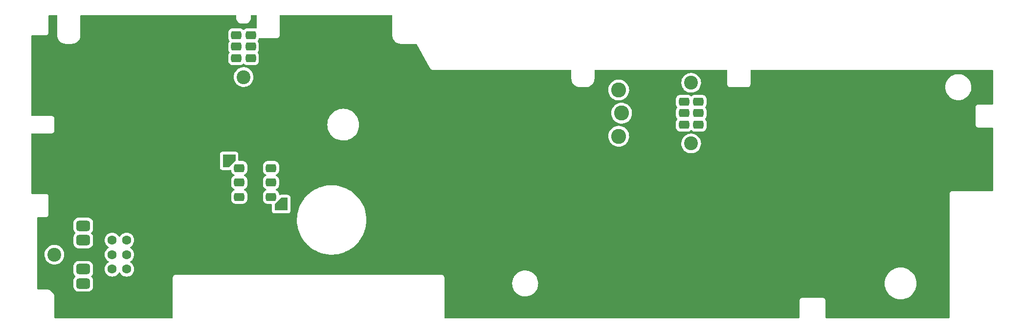
<source format=gtl>
G04 #@! TF.GenerationSoftware,KiCad,Pcbnew,(6.0.10)*
G04 #@! TF.CreationDate,2024-06-10T21:48:35+09:00*
G04 #@! TF.ProjectId,icb33h_pwb_rev2,69636233-3368-45f7-9077-625f72657632,rev?*
G04 #@! TF.SameCoordinates,Original*
G04 #@! TF.FileFunction,Copper,L1,Top*
G04 #@! TF.FilePolarity,Positive*
%FSLAX46Y46*%
G04 Gerber Fmt 4.6, Leading zero omitted, Abs format (unit mm)*
G04 Created by KiCad (PCBNEW (6.0.10)) date 2024-06-10 21:48:35*
%MOMM*%
%LPD*%
G01*
G04 APERTURE LIST*
G04 Aperture macros list*
%AMRoundRect*
0 Rectangle with rounded corners*
0 $1 Rounding radius*
0 $2 $3 $4 $5 $6 $7 $8 $9 X,Y pos of 4 corners*
0 Add a 4 corners polygon primitive as box body*
4,1,4,$2,$3,$4,$5,$6,$7,$8,$9,$2,$3,0*
0 Add four circle primitives for the rounded corners*
1,1,$1+$1,$2,$3*
1,1,$1+$1,$4,$5*
1,1,$1+$1,$6,$7*
1,1,$1+$1,$8,$9*
0 Add four rect primitives between the rounded corners*
20,1,$1+$1,$2,$3,$4,$5,0*
20,1,$1+$1,$4,$5,$6,$7,0*
20,1,$1+$1,$6,$7,$8,$9,0*
20,1,$1+$1,$8,$9,$2,$3,0*%
%AMOutline5P*
0 Free polygon, 5 corners , with rotation*
0 The origin of the aperture is its center*
0 number of corners: always 5*
0 $1 to $10 corner X, Y*
0 $11 Rotation angle, in degrees counterclockwise*
0 create outline with 5 corners*
4,1,5,$1,$2,$3,$4,$5,$6,$7,$8,$9,$10,$1,$2,$11*%
%AMOutline6P*
0 Free polygon, 6 corners , with rotation*
0 The origin of the aperture is its center*
0 number of corners: always 6*
0 $1 to $12 corner X, Y*
0 $13 Rotation angle, in degrees counterclockwise*
0 create outline with 6 corners*
4,1,6,$1,$2,$3,$4,$5,$6,$7,$8,$9,$10,$11,$12,$1,$2,$13*%
%AMOutline7P*
0 Free polygon, 7 corners , with rotation*
0 The origin of the aperture is its center*
0 number of corners: always 7*
0 $1 to $14 corner X, Y*
0 $15 Rotation angle, in degrees counterclockwise*
0 create outline with 7 corners*
4,1,7,$1,$2,$3,$4,$5,$6,$7,$8,$9,$10,$11,$12,$13,$14,$1,$2,$15*%
%AMOutline8P*
0 Free polygon, 8 corners , with rotation*
0 The origin of the aperture is its center*
0 number of corners: always 8*
0 $1 to $16 corner X, Y*
0 $17 Rotation angle, in degrees counterclockwise*
0 create outline with 8 corners*
4,1,8,$1,$2,$3,$4,$5,$6,$7,$8,$9,$10,$11,$12,$13,$14,$15,$16,$1,$2,$17*%
G04 Aperture macros list end*
G04 #@! TA.AperFunction,ComponentPad*
%ADD10C,2.600000*%
G04 #@! TD*
G04 #@! TA.AperFunction,ComponentPad*
%ADD11RoundRect,0.800000X-1.400000X0.800000X-1.400000X-0.800000X1.400000X-0.800000X1.400000X0.800000X0*%
G04 #@! TD*
G04 #@! TA.AperFunction,ComponentPad*
%ADD12RoundRect,0.350000X0.550000X-0.350000X0.550000X0.350000X-0.550000X0.350000X-0.550000X-0.350000X0*%
G04 #@! TD*
G04 #@! TA.AperFunction,ComponentPad*
%ADD13C,2.400000*%
G04 #@! TD*
G04 #@! TA.AperFunction,ComponentPad*
%ADD14RoundRect,0.350000X-0.550000X0.350000X-0.550000X-0.350000X0.550000X-0.350000X0.550000X0.350000X0*%
G04 #@! TD*
G04 #@! TA.AperFunction,ComponentPad*
%ADD15Outline5P,-1.100000X1.100000X0.000000X1.100000X1.100000X0.000000X1.100000X-1.100000X-1.100000X-1.100000X270.000000*%
G04 #@! TD*
G04 #@! TA.AperFunction,ComponentPad*
%ADD16Outline5P,-1.100000X1.100000X1.100000X1.100000X1.100000X-1.100000X0.000000X-1.100000X-1.100000X0.000000X270.000000*%
G04 #@! TD*
G04 #@! TA.AperFunction,ComponentPad*
%ADD17C,1.600000*%
G04 #@! TD*
G04 #@! TA.AperFunction,ComponentPad*
%ADD18RoundRect,0.450000X-0.750000X0.450000X-0.750000X-0.450000X0.750000X-0.450000X0.750000X0.450000X0*%
G04 #@! TD*
G04 APERTURE END LIST*
D10*
X153200000Y-70000000D03*
X153700000Y-74000000D03*
X153200000Y-78000000D03*
D11*
X146950000Y-80250000D03*
D12*
X87000000Y-64500000D03*
X87000000Y-62500000D03*
X87000000Y-60500000D03*
X89500000Y-64500000D03*
X89500000Y-62500000D03*
X89500000Y-60500000D03*
D13*
X88250000Y-67750000D03*
D14*
X87500000Y-83500000D03*
X87500000Y-86000000D03*
X87500000Y-88500000D03*
X93000000Y-83500000D03*
X93000000Y-86000000D03*
X93000000Y-88500000D03*
D15*
X85750000Y-82250000D03*
D16*
X94750000Y-89750000D03*
D14*
X167000000Y-72000000D03*
X167000000Y-74000000D03*
X167000000Y-76000000D03*
X164500000Y-72000000D03*
X164500000Y-74000000D03*
X164500000Y-76000000D03*
D13*
X165750000Y-68750000D03*
X165750000Y-79250000D03*
D17*
X65500000Y-96000000D03*
X65500000Y-98500000D03*
X65500000Y-101000000D03*
X68000000Y-96000000D03*
X68000000Y-98500000D03*
X68000000Y-101000000D03*
D18*
X60500000Y-93500000D03*
X60500000Y-96000000D03*
X60500000Y-101000000D03*
X60500000Y-103500000D03*
D13*
X55500000Y-98500000D03*
G04 #@! TA.AperFunction,Conductor*
G36*
X55941621Y-57020502D02*
G01*
X55988114Y-57074158D01*
X55999500Y-57126500D01*
X55999500Y-60451259D01*
X55998000Y-60470643D01*
X55994391Y-60493823D01*
X55995555Y-60502726D01*
X55995555Y-60502730D01*
X55995753Y-60504246D01*
X55996495Y-60511588D01*
X56010979Y-60714089D01*
X56024798Y-60777612D01*
X56052177Y-60903472D01*
X56056603Y-60923820D01*
X56058170Y-60928022D01*
X56058172Y-60928028D01*
X56085369Y-61000945D01*
X56131611Y-61124923D01*
X56133765Y-61128867D01*
X56133766Y-61128870D01*
X56149530Y-61157740D01*
X56234475Y-61313304D01*
X56363101Y-61485129D01*
X56514871Y-61636899D01*
X56686696Y-61765525D01*
X56690651Y-61767684D01*
X56690650Y-61767684D01*
X56849810Y-61854592D01*
X56875077Y-61868389D01*
X56879289Y-61869960D01*
X57071972Y-61941828D01*
X57071978Y-61941830D01*
X57076180Y-61943397D01*
X57080566Y-61944351D01*
X57080569Y-61944352D01*
X57204038Y-61971211D01*
X57285911Y-61989021D01*
X57460498Y-62001508D01*
X57472410Y-62002933D01*
X57482844Y-62004689D01*
X57482855Y-62004690D01*
X57487646Y-62005496D01*
X57493864Y-62005572D01*
X57495141Y-62005588D01*
X57495146Y-62005588D01*
X57500000Y-62005647D01*
X57527051Y-62001773D01*
X57544913Y-62000500D01*
X58447424Y-62000500D01*
X58468329Y-62002246D01*
X58487646Y-62005496D01*
X58493864Y-62005572D01*
X58495141Y-62005588D01*
X58495146Y-62005588D01*
X58500000Y-62005647D01*
X58513924Y-62003653D01*
X58522777Y-62002704D01*
X58709601Y-61989342D01*
X58714089Y-61989021D01*
X58795962Y-61971211D01*
X58919431Y-61944352D01*
X58919434Y-61944351D01*
X58923820Y-61943397D01*
X58928022Y-61941830D01*
X58928028Y-61941828D01*
X59120711Y-61869960D01*
X59124923Y-61868389D01*
X59150191Y-61854592D01*
X59309350Y-61767684D01*
X59309349Y-61767684D01*
X59313304Y-61765525D01*
X59485129Y-61636899D01*
X59636899Y-61485129D01*
X59765525Y-61313304D01*
X59850470Y-61157740D01*
X59866234Y-61128870D01*
X59866235Y-61128867D01*
X59868389Y-61124923D01*
X59914631Y-61000945D01*
X59941828Y-60928028D01*
X59941830Y-60928022D01*
X59943397Y-60923820D01*
X59947824Y-60903472D01*
X59975202Y-60777612D01*
X59989021Y-60714089D01*
X60001508Y-60539502D01*
X60002933Y-60527590D01*
X60004689Y-60517156D01*
X60004690Y-60517145D01*
X60005496Y-60512354D01*
X60005647Y-60500000D01*
X60001773Y-60472949D01*
X60000500Y-60455087D01*
X60000500Y-57126500D01*
X60020502Y-57058379D01*
X60074158Y-57011886D01*
X60126500Y-57000500D01*
X86873500Y-57000500D01*
X86941621Y-57020502D01*
X86988114Y-57074158D01*
X86999500Y-57126500D01*
X86999500Y-57451259D01*
X86998000Y-57470643D01*
X86994391Y-57493823D01*
X86996299Y-57508410D01*
X86996880Y-57513741D01*
X87010936Y-57674399D01*
X87056246Y-57843498D01*
X87058568Y-57848479D01*
X87058569Y-57848480D01*
X87127906Y-57997174D01*
X87127909Y-57997179D01*
X87130232Y-58002161D01*
X87230645Y-58145566D01*
X87354434Y-58269355D01*
X87358942Y-58272512D01*
X87358945Y-58272514D01*
X87493330Y-58366611D01*
X87497839Y-58369768D01*
X87502821Y-58372091D01*
X87502826Y-58372094D01*
X87651520Y-58441431D01*
X87656502Y-58443754D01*
X87661810Y-58445176D01*
X87661812Y-58445177D01*
X87713877Y-58459128D01*
X87825601Y-58489064D01*
X87902740Y-58495813D01*
X87954749Y-58500363D01*
X87964659Y-58501628D01*
X87987646Y-58505496D01*
X87992511Y-58505555D01*
X87992517Y-58505556D01*
X87995141Y-58505588D01*
X87995146Y-58505588D01*
X88000000Y-58505647D01*
X88027051Y-58501773D01*
X88044913Y-58500500D01*
X88447424Y-58500500D01*
X88468329Y-58502246D01*
X88487646Y-58505496D01*
X88493748Y-58505571D01*
X88495135Y-58505588D01*
X88495141Y-58505588D01*
X88500000Y-58505647D01*
X88520364Y-58502731D01*
X88527205Y-58501942D01*
X88674399Y-58489064D01*
X88778651Y-58461130D01*
X88838188Y-58445177D01*
X88838190Y-58445176D01*
X88843498Y-58443754D01*
X88848480Y-58441431D01*
X88997174Y-58372094D01*
X88997179Y-58372091D01*
X89002161Y-58369768D01*
X89006670Y-58366611D01*
X89141055Y-58272514D01*
X89141058Y-58272512D01*
X89145566Y-58269355D01*
X89269355Y-58145566D01*
X89369768Y-58002161D01*
X89372091Y-57997179D01*
X89372094Y-57997174D01*
X89441431Y-57848480D01*
X89441432Y-57848479D01*
X89443754Y-57843498D01*
X89489064Y-57674399D01*
X89500363Y-57545251D01*
X89501628Y-57535341D01*
X89505496Y-57512354D01*
X89505647Y-57500000D01*
X89501773Y-57472949D01*
X89500500Y-57455087D01*
X89500500Y-57126500D01*
X89520502Y-57058379D01*
X89574158Y-57011886D01*
X89626500Y-57000500D01*
X90373500Y-57000500D01*
X90441621Y-57020502D01*
X90488114Y-57074158D01*
X90499500Y-57126500D01*
X90499500Y-59224252D01*
X90479498Y-59292373D01*
X90425842Y-59338866D01*
X90355568Y-59348970D01*
X90343018Y-59346509D01*
X90171503Y-59303745D01*
X90171499Y-59303744D01*
X90166107Y-59302400D01*
X90149294Y-59301254D01*
X90125714Y-59299646D01*
X90125701Y-59299646D01*
X90123566Y-59299500D01*
X88876434Y-59299500D01*
X88874299Y-59299646D01*
X88874286Y-59299646D01*
X88850706Y-59301254D01*
X88833893Y-59302400D01*
X88828501Y-59303744D01*
X88828497Y-59303745D01*
X88687637Y-59338866D01*
X88654592Y-59347105D01*
X88648485Y-59350136D01*
X88648481Y-59350138D01*
X88571833Y-59388187D01*
X88489074Y-59429269D01*
X88345060Y-59545060D01*
X88340785Y-59550377D01*
X88339095Y-59552067D01*
X88276783Y-59586093D01*
X88205968Y-59581028D01*
X88160905Y-59552067D01*
X88159215Y-59550377D01*
X88154940Y-59545060D01*
X88010926Y-59429269D01*
X87928167Y-59388187D01*
X87851519Y-59350138D01*
X87851515Y-59350136D01*
X87845408Y-59347105D01*
X87812363Y-59338866D01*
X87671503Y-59303745D01*
X87671499Y-59303744D01*
X87666107Y-59302400D01*
X87649294Y-59301254D01*
X87625714Y-59299646D01*
X87625701Y-59299646D01*
X87623566Y-59299500D01*
X86376434Y-59299500D01*
X86374299Y-59299646D01*
X86374286Y-59299646D01*
X86350706Y-59301254D01*
X86333893Y-59302400D01*
X86328501Y-59303744D01*
X86328497Y-59303745D01*
X86187637Y-59338866D01*
X86154592Y-59347105D01*
X86148485Y-59350136D01*
X86148481Y-59350138D01*
X86071833Y-59388187D01*
X85989074Y-59429269D01*
X85845060Y-59545060D01*
X85729269Y-59689074D01*
X85688187Y-59771833D01*
X85650138Y-59848481D01*
X85650136Y-59848485D01*
X85647105Y-59854592D01*
X85645454Y-59861214D01*
X85608713Y-60008574D01*
X85602400Y-60033893D01*
X85602022Y-60039441D01*
X85599921Y-60070265D01*
X85599500Y-60076434D01*
X85599500Y-60923566D01*
X85599646Y-60925701D01*
X85599646Y-60925714D01*
X85599804Y-60928028D01*
X85602400Y-60966107D01*
X85603744Y-60971499D01*
X85603745Y-60971503D01*
X85614951Y-61016447D01*
X85647105Y-61145408D01*
X85650136Y-61151515D01*
X85650138Y-61151519D01*
X85660444Y-61172280D01*
X85729269Y-61310926D01*
X85733546Y-61316245D01*
X85817810Y-61421048D01*
X85844907Y-61486670D01*
X85832224Y-61556524D01*
X85817810Y-61578952D01*
X85729269Y-61689074D01*
X85692659Y-61762824D01*
X85650138Y-61848481D01*
X85650136Y-61848485D01*
X85647105Y-61854592D01*
X85645454Y-61861214D01*
X85605739Y-62020502D01*
X85602400Y-62033893D01*
X85599500Y-62076434D01*
X85599500Y-62923566D01*
X85602400Y-62966107D01*
X85647105Y-63145408D01*
X85650136Y-63151515D01*
X85650138Y-63151519D01*
X85688187Y-63228167D01*
X85729269Y-63310926D01*
X85733546Y-63316245D01*
X85817810Y-63421048D01*
X85844907Y-63486670D01*
X85832224Y-63556524D01*
X85817810Y-63578952D01*
X85729269Y-63689074D01*
X85688187Y-63771833D01*
X85650138Y-63848481D01*
X85650136Y-63848485D01*
X85647105Y-63854592D01*
X85602400Y-64033893D01*
X85599500Y-64076434D01*
X85599500Y-64923566D01*
X85602400Y-64966107D01*
X85647105Y-65145408D01*
X85650136Y-65151515D01*
X85650138Y-65151519D01*
X85688187Y-65228167D01*
X85729269Y-65310926D01*
X85845060Y-65454940D01*
X85989074Y-65570731D01*
X86041042Y-65596528D01*
X86148481Y-65649862D01*
X86148485Y-65649864D01*
X86154592Y-65652895D01*
X86161214Y-65654546D01*
X86328497Y-65696255D01*
X86328501Y-65696256D01*
X86333893Y-65697600D01*
X86350706Y-65698746D01*
X86374286Y-65700354D01*
X86374299Y-65700354D01*
X86376434Y-65700500D01*
X87623566Y-65700500D01*
X87625701Y-65700354D01*
X87625714Y-65700354D01*
X87649294Y-65698746D01*
X87666107Y-65697600D01*
X87671499Y-65696256D01*
X87671503Y-65696255D01*
X87838786Y-65654546D01*
X87845408Y-65652895D01*
X87851515Y-65649864D01*
X87851519Y-65649862D01*
X87958958Y-65596528D01*
X88010926Y-65570731D01*
X88154940Y-65454940D01*
X88159215Y-65449623D01*
X88160905Y-65447933D01*
X88223217Y-65413907D01*
X88294032Y-65418972D01*
X88339095Y-65447933D01*
X88340785Y-65449623D01*
X88345060Y-65454940D01*
X88489074Y-65570731D01*
X88541042Y-65596528D01*
X88648481Y-65649862D01*
X88648485Y-65649864D01*
X88654592Y-65652895D01*
X88661214Y-65654546D01*
X88828497Y-65696255D01*
X88828501Y-65696256D01*
X88833893Y-65697600D01*
X88850706Y-65698746D01*
X88874286Y-65700354D01*
X88874299Y-65700354D01*
X88876434Y-65700500D01*
X90123566Y-65700500D01*
X90125701Y-65700354D01*
X90125714Y-65700354D01*
X90149294Y-65698746D01*
X90166107Y-65697600D01*
X90171499Y-65696256D01*
X90171503Y-65696255D01*
X90338786Y-65654546D01*
X90345408Y-65652895D01*
X90351515Y-65649864D01*
X90351519Y-65649862D01*
X90458958Y-65596528D01*
X90510926Y-65570731D01*
X90654940Y-65454940D01*
X90770731Y-65310926D01*
X90811813Y-65228167D01*
X90849862Y-65151519D01*
X90849864Y-65151515D01*
X90852895Y-65145408D01*
X90897600Y-64966107D01*
X90900500Y-64923566D01*
X90900500Y-64076434D01*
X90897600Y-64033893D01*
X90852895Y-63854592D01*
X90849864Y-63848485D01*
X90849862Y-63848481D01*
X90811813Y-63771833D01*
X90770731Y-63689074D01*
X90682190Y-63578952D01*
X90655093Y-63513330D01*
X90667776Y-63443476D01*
X90682190Y-63421048D01*
X90766454Y-63316245D01*
X90770731Y-63310926D01*
X90811813Y-63228167D01*
X90849862Y-63151519D01*
X90849864Y-63151515D01*
X90852895Y-63145408D01*
X90897600Y-62966107D01*
X90900500Y-62923566D01*
X90900500Y-62076434D01*
X90897600Y-62033893D01*
X90894262Y-62020502D01*
X90854546Y-61861214D01*
X90852895Y-61854592D01*
X90849864Y-61848485D01*
X90849862Y-61848481D01*
X90807341Y-61762824D01*
X90770731Y-61689074D01*
X90682190Y-61578952D01*
X90655093Y-61513330D01*
X90667776Y-61443476D01*
X90682190Y-61421048D01*
X90766454Y-61316245D01*
X90770731Y-61310926D01*
X90839556Y-61172280D01*
X90849862Y-61151519D01*
X90849864Y-61151515D01*
X90852895Y-61145408D01*
X90857019Y-61128870D01*
X90865209Y-61096019D01*
X90901096Y-61034760D01*
X90964405Y-61002628D01*
X90987466Y-61000500D01*
X90991426Y-61000500D01*
X90992197Y-61000502D01*
X91068624Y-61000969D01*
X91069953Y-61000589D01*
X91071263Y-61000500D01*
X93991426Y-61000500D01*
X93992197Y-61000502D01*
X94068624Y-61000969D01*
X94096482Y-60993007D01*
X94113241Y-60989429D01*
X94122644Y-60988083D01*
X94133029Y-60986596D01*
X94133030Y-60986596D01*
X94141918Y-60985323D01*
X94150092Y-60981607D01*
X94150094Y-60981606D01*
X94164788Y-60974925D01*
X94182312Y-60968477D01*
X94197845Y-60964038D01*
X94197849Y-60964036D01*
X94206471Y-60961572D01*
X94230975Y-60946111D01*
X94246058Y-60937974D01*
X94264252Y-60929702D01*
X94264255Y-60929700D01*
X94272428Y-60925984D01*
X94291464Y-60909581D01*
X94306477Y-60898473D01*
X94327720Y-60885070D01*
X94333663Y-60878341D01*
X94333665Y-60878339D01*
X94346897Y-60863356D01*
X94359091Y-60851310D01*
X94374236Y-60838260D01*
X94381037Y-60832400D01*
X94394704Y-60811314D01*
X94405991Y-60796444D01*
X94416683Y-60784338D01*
X94416683Y-60784337D01*
X94422623Y-60777612D01*
X94434934Y-60751391D01*
X94443254Y-60736413D01*
X94454131Y-60719631D01*
X94454132Y-60719628D01*
X94459015Y-60712095D01*
X94466215Y-60688019D01*
X94472871Y-60670589D01*
X94483553Y-60647837D01*
X94488010Y-60619213D01*
X94491793Y-60602495D01*
X94497522Y-60583340D01*
X94497523Y-60583332D01*
X94500093Y-60574739D01*
X94500301Y-60540818D01*
X94500332Y-60540075D01*
X94500500Y-60538991D01*
X94500500Y-60508574D01*
X94500502Y-60507804D01*
X94500715Y-60472949D01*
X94500969Y-60431376D01*
X94500589Y-60430047D01*
X94500500Y-60428737D01*
X94500500Y-57126500D01*
X94520502Y-57058379D01*
X94574158Y-57011886D01*
X94626500Y-57000500D01*
X113873500Y-57000500D01*
X113941621Y-57020502D01*
X113988114Y-57074158D01*
X113999500Y-57126500D01*
X113999500Y-60451259D01*
X113998000Y-60470643D01*
X113994391Y-60493823D01*
X113995555Y-60502726D01*
X113995555Y-60502730D01*
X113995753Y-60504246D01*
X113996495Y-60511588D01*
X114010979Y-60714089D01*
X114024798Y-60777612D01*
X114052177Y-60903472D01*
X114056603Y-60923820D01*
X114058170Y-60928022D01*
X114058172Y-60928028D01*
X114085369Y-61000945D01*
X114131611Y-61124923D01*
X114133765Y-61128867D01*
X114133766Y-61128870D01*
X114149530Y-61157740D01*
X114234475Y-61313304D01*
X114363101Y-61485129D01*
X114514871Y-61636899D01*
X114686696Y-61765525D01*
X114690651Y-61767684D01*
X114690650Y-61767684D01*
X114849810Y-61854592D01*
X114875077Y-61868389D01*
X114879289Y-61869960D01*
X115071972Y-61941828D01*
X115071978Y-61941830D01*
X115076180Y-61943397D01*
X115080566Y-61944351D01*
X115080569Y-61944352D01*
X115204038Y-61971211D01*
X115285911Y-61989021D01*
X115460498Y-62001508D01*
X115472410Y-62002933D01*
X115482844Y-62004689D01*
X115482855Y-62004690D01*
X115487646Y-62005496D01*
X115493864Y-62005572D01*
X115495141Y-62005588D01*
X115495146Y-62005588D01*
X115500000Y-62005647D01*
X115527051Y-62001773D01*
X115544913Y-62000500D01*
X118131366Y-62000500D01*
X118199487Y-62020502D01*
X118241510Y-62065309D01*
X120527536Y-66180157D01*
X120532410Y-66189900D01*
X120535961Y-66197840D01*
X120538428Y-66206471D01*
X120543217Y-66214061D01*
X120543220Y-66214068D01*
X120567742Y-66252933D01*
X120571322Y-66258973D01*
X120579938Y-66274481D01*
X120582646Y-66278048D01*
X120582649Y-66278053D01*
X120584947Y-66281081D01*
X120591143Y-66290022D01*
X120610137Y-66320124D01*
X120614930Y-66327720D01*
X120621660Y-66333663D01*
X120621662Y-66333666D01*
X120622015Y-66333978D01*
X120638960Y-66352227D01*
X120644673Y-66359752D01*
X120651892Y-66365093D01*
X120651893Y-66365094D01*
X120680510Y-66386266D01*
X120688974Y-66393113D01*
X120722388Y-66422623D01*
X120730759Y-66426553D01*
X120730941Y-66426639D01*
X120752324Y-66439397D01*
X120759926Y-66445021D01*
X120768352Y-66448120D01*
X120768355Y-66448122D01*
X120801765Y-66460412D01*
X120811814Y-66464610D01*
X120844032Y-66479736D01*
X120844035Y-66479737D01*
X120852163Y-66483553D01*
X120861032Y-66484934D01*
X120861039Y-66484936D01*
X120861504Y-66485008D01*
X120885612Y-66491253D01*
X120886053Y-66491415D01*
X120894478Y-66494514D01*
X120903429Y-66495124D01*
X120903431Y-66495124D01*
X120938957Y-66497543D01*
X120949771Y-66498750D01*
X120961009Y-66500500D01*
X120978097Y-66500500D01*
X120986657Y-66500791D01*
X121028554Y-66503644D01*
X121037513Y-66504254D01*
X121046285Y-66502325D01*
X121055230Y-66501659D01*
X121055249Y-66501915D01*
X121068272Y-66500500D01*
X144873500Y-66500500D01*
X144941621Y-66520502D01*
X144988114Y-66574158D01*
X144999500Y-66626500D01*
X144999500Y-67951259D01*
X144998000Y-67970643D01*
X144994391Y-67993823D01*
X144995555Y-68002726D01*
X144995555Y-68002730D01*
X144995753Y-68004246D01*
X144996495Y-68011588D01*
X145010979Y-68214089D01*
X145019102Y-68251428D01*
X145052160Y-68403394D01*
X145056603Y-68423820D01*
X145058170Y-68428022D01*
X145058172Y-68428028D01*
X145117288Y-68586523D01*
X145131611Y-68624923D01*
X145133765Y-68628867D01*
X145133766Y-68628870D01*
X145178085Y-68710033D01*
X145234475Y-68813304D01*
X145363101Y-68985129D01*
X145514871Y-69136899D01*
X145686696Y-69265525D01*
X145690651Y-69267684D01*
X145690650Y-69267684D01*
X145865860Y-69363356D01*
X145875077Y-69368389D01*
X145879289Y-69369960D01*
X146071972Y-69441828D01*
X146071978Y-69441830D01*
X146076180Y-69443397D01*
X146080566Y-69444351D01*
X146080569Y-69444352D01*
X146188152Y-69467755D01*
X146285911Y-69489021D01*
X146290399Y-69489342D01*
X146296616Y-69489787D01*
X146460498Y-69501508D01*
X146472410Y-69502933D01*
X146482844Y-69504689D01*
X146482855Y-69504690D01*
X146487646Y-69505496D01*
X146493864Y-69505572D01*
X146495141Y-69505588D01*
X146495146Y-69505588D01*
X146500000Y-69505647D01*
X146527051Y-69501773D01*
X146544913Y-69500500D01*
X147580092Y-69500500D01*
X147587832Y-69500738D01*
X147640800Y-69503998D01*
X147645636Y-69503547D01*
X147645639Y-69503547D01*
X147648254Y-69503303D01*
X147648255Y-69503303D01*
X147653101Y-69502851D01*
X147657825Y-69501658D01*
X147657829Y-69501657D01*
X147664027Y-69500092D01*
X147672513Y-69498257D01*
X147866051Y-69463341D01*
X147866057Y-69463339D01*
X147870599Y-69462520D01*
X148080145Y-69391903D01*
X148084253Y-69389808D01*
X148084260Y-69389805D01*
X148273019Y-69293539D01*
X148277131Y-69291442D01*
X148303869Y-69272428D01*
X148436726Y-69177947D01*
X148457335Y-69163291D01*
X148616892Y-69010198D01*
X148619719Y-69006552D01*
X148749554Y-68839094D01*
X148749556Y-68839090D01*
X148752382Y-68835446D01*
X148860900Y-68642781D01*
X148940119Y-68436334D01*
X148962117Y-68337886D01*
X148987333Y-68225039D01*
X148987334Y-68225035D01*
X148988340Y-68220531D01*
X149001742Y-68037977D01*
X149003149Y-68026304D01*
X149004689Y-68017151D01*
X149005496Y-68012354D01*
X149005647Y-68000000D01*
X149001773Y-67972949D01*
X149000500Y-67955087D01*
X149000500Y-66626500D01*
X149020502Y-66558379D01*
X149074158Y-66511886D01*
X149126500Y-66500500D01*
X171873500Y-66500500D01*
X171941621Y-66520502D01*
X171988114Y-66574158D01*
X171999500Y-66626500D01*
X171999500Y-68991426D01*
X171999498Y-68992196D01*
X171999031Y-69068624D01*
X172006420Y-69094474D01*
X172006992Y-69096476D01*
X172010571Y-69113241D01*
X172014677Y-69141918D01*
X172018393Y-69150092D01*
X172018394Y-69150094D01*
X172025075Y-69164788D01*
X172031523Y-69182312D01*
X172035962Y-69197845D01*
X172035964Y-69197849D01*
X172038428Y-69206471D01*
X172043215Y-69214058D01*
X172053889Y-69230976D01*
X172062026Y-69246058D01*
X172070298Y-69264252D01*
X172070300Y-69264255D01*
X172074016Y-69272428D01*
X172084279Y-69284338D01*
X172090418Y-69291463D01*
X172101527Y-69306476D01*
X172114930Y-69327720D01*
X172121659Y-69333663D01*
X172121661Y-69333665D01*
X172136644Y-69346897D01*
X172148690Y-69359091D01*
X172161740Y-69374236D01*
X172167600Y-69381037D01*
X172188686Y-69394704D01*
X172203554Y-69405989D01*
X172222388Y-69422623D01*
X172248607Y-69434933D01*
X172263587Y-69443254D01*
X172280369Y-69454131D01*
X172280372Y-69454132D01*
X172287905Y-69459015D01*
X172311981Y-69466215D01*
X172329411Y-69472871D01*
X172352163Y-69483553D01*
X172361032Y-69484934D01*
X172380787Y-69488010D01*
X172397505Y-69491793D01*
X172416660Y-69497522D01*
X172416668Y-69497523D01*
X172425261Y-69500093D01*
X172434232Y-69500148D01*
X172434233Y-69500148D01*
X172438962Y-69500177D01*
X172459182Y-69500301D01*
X172459925Y-69500332D01*
X172461009Y-69500500D01*
X172491426Y-69500500D01*
X172492197Y-69500502D01*
X172568624Y-69500969D01*
X172569953Y-69500589D01*
X172571263Y-69500500D01*
X175491426Y-69500500D01*
X175492197Y-69500502D01*
X175568624Y-69500969D01*
X175596482Y-69493007D01*
X175613241Y-69489429D01*
X175623153Y-69488010D01*
X175633029Y-69486596D01*
X175633030Y-69486596D01*
X175641918Y-69485323D01*
X175650092Y-69481607D01*
X175650094Y-69481606D01*
X175664788Y-69474925D01*
X175682312Y-69468477D01*
X175697845Y-69464038D01*
X175697849Y-69464036D01*
X175706471Y-69461572D01*
X175730975Y-69446111D01*
X175746058Y-69437974D01*
X175764252Y-69429702D01*
X175764255Y-69429700D01*
X175772428Y-69425984D01*
X175791464Y-69409581D01*
X175806477Y-69398473D01*
X175810999Y-69395620D01*
X175827720Y-69385070D01*
X175833663Y-69378341D01*
X175833665Y-69378339D01*
X175846897Y-69363356D01*
X175859091Y-69351310D01*
X175874236Y-69338260D01*
X175881037Y-69332400D01*
X175894704Y-69311314D01*
X175905991Y-69296444D01*
X175916683Y-69284338D01*
X175916683Y-69284337D01*
X175922623Y-69277612D01*
X175934934Y-69251391D01*
X175943254Y-69236413D01*
X175954131Y-69219631D01*
X175954132Y-69219628D01*
X175959015Y-69212095D01*
X175966215Y-69188019D01*
X175972871Y-69170589D01*
X175983553Y-69147837D01*
X175988010Y-69119213D01*
X175991793Y-69102495D01*
X175997522Y-69083340D01*
X175997523Y-69083332D01*
X176000093Y-69074739D01*
X176000301Y-69040818D01*
X176000332Y-69040075D01*
X176000500Y-69038991D01*
X176000500Y-69008574D01*
X176000502Y-69007804D01*
X176000631Y-68986682D01*
X176000969Y-68931376D01*
X176000589Y-68930047D01*
X176000500Y-68928737D01*
X176000500Y-66626500D01*
X176020502Y-66558379D01*
X176074158Y-66511886D01*
X176126500Y-66500500D01*
X217873500Y-66500500D01*
X217941621Y-66520502D01*
X217988114Y-66574158D01*
X217999500Y-66626500D01*
X217999500Y-72373500D01*
X217979498Y-72441621D01*
X217925842Y-72488114D01*
X217873500Y-72499500D01*
X215508574Y-72499500D01*
X215507804Y-72499498D01*
X215507033Y-72499493D01*
X215431376Y-72499031D01*
X215403518Y-72506993D01*
X215386759Y-72510571D01*
X215377356Y-72511917D01*
X215366971Y-72513404D01*
X215366970Y-72513404D01*
X215358082Y-72514677D01*
X215349908Y-72518393D01*
X215349906Y-72518394D01*
X215335212Y-72525075D01*
X215317688Y-72531523D01*
X215302155Y-72535962D01*
X215302151Y-72535964D01*
X215293529Y-72538428D01*
X215285941Y-72543215D01*
X215285942Y-72543215D01*
X215269024Y-72553889D01*
X215253942Y-72562026D01*
X215235748Y-72570298D01*
X215235745Y-72570300D01*
X215227572Y-72574016D01*
X215220769Y-72579878D01*
X215208537Y-72590418D01*
X215193524Y-72601527D01*
X215172280Y-72614930D01*
X215166337Y-72621659D01*
X215166335Y-72621661D01*
X215153103Y-72636644D01*
X215140909Y-72648690D01*
X215137626Y-72651519D01*
X215118963Y-72667600D01*
X215105296Y-72688686D01*
X215094011Y-72703554D01*
X215077377Y-72722388D01*
X215067867Y-72742643D01*
X215065067Y-72748607D01*
X215056746Y-72763587D01*
X215045869Y-72780369D01*
X215045868Y-72780372D01*
X215040985Y-72787905D01*
X215033785Y-72811981D01*
X215027129Y-72829411D01*
X215016447Y-72852163D01*
X215015066Y-72861032D01*
X215011990Y-72880787D01*
X215008207Y-72897505D01*
X215002478Y-72916660D01*
X215002477Y-72916668D01*
X214999907Y-72925261D01*
X214999726Y-72954940D01*
X214999700Y-72959169D01*
X214999668Y-72959925D01*
X214999500Y-72961009D01*
X214999500Y-72991426D01*
X214999498Y-72992196D01*
X214999031Y-73068624D01*
X214999411Y-73069953D01*
X214999500Y-73071263D01*
X214999500Y-75991426D01*
X214999498Y-75992196D01*
X214999031Y-76068624D01*
X215001497Y-76077251D01*
X215006992Y-76096476D01*
X215010571Y-76113241D01*
X215014677Y-76141918D01*
X215018393Y-76150092D01*
X215018394Y-76150094D01*
X215025075Y-76164788D01*
X215031523Y-76182312D01*
X215035962Y-76197845D01*
X215035964Y-76197849D01*
X215038428Y-76206471D01*
X215043215Y-76214058D01*
X215053889Y-76230976D01*
X215062026Y-76246058D01*
X215070298Y-76264252D01*
X215070300Y-76264255D01*
X215074016Y-76272428D01*
X215079878Y-76279231D01*
X215090418Y-76291463D01*
X215101527Y-76306476D01*
X215114930Y-76327720D01*
X215121659Y-76333663D01*
X215121661Y-76333665D01*
X215136644Y-76346897D01*
X215148690Y-76359091D01*
X215161740Y-76374236D01*
X215167600Y-76381037D01*
X215188686Y-76394704D01*
X215203554Y-76405989D01*
X215222388Y-76422623D01*
X215248607Y-76434933D01*
X215263587Y-76443254D01*
X215280369Y-76454131D01*
X215280372Y-76454132D01*
X215287905Y-76459015D01*
X215311981Y-76466215D01*
X215329411Y-76472871D01*
X215352163Y-76483553D01*
X215361032Y-76484934D01*
X215380787Y-76488010D01*
X215397505Y-76491793D01*
X215416660Y-76497522D01*
X215416668Y-76497523D01*
X215425261Y-76500093D01*
X215434232Y-76500148D01*
X215434233Y-76500148D01*
X215438962Y-76500177D01*
X215459182Y-76500301D01*
X215459925Y-76500332D01*
X215461009Y-76500500D01*
X215491426Y-76500500D01*
X215492197Y-76500502D01*
X215568624Y-76500969D01*
X215569953Y-76500589D01*
X215571263Y-76500500D01*
X217873500Y-76500500D01*
X217941621Y-76520502D01*
X217988114Y-76574158D01*
X217999500Y-76626500D01*
X217999500Y-87373500D01*
X217979498Y-87441621D01*
X217925842Y-87488114D01*
X217873500Y-87499500D01*
X211008574Y-87499500D01*
X211007804Y-87499498D01*
X211007033Y-87499493D01*
X210931376Y-87499031D01*
X210903518Y-87506993D01*
X210886759Y-87510571D01*
X210877356Y-87511917D01*
X210866971Y-87513404D01*
X210866970Y-87513404D01*
X210858082Y-87514677D01*
X210849908Y-87518393D01*
X210849906Y-87518394D01*
X210835212Y-87525075D01*
X210817688Y-87531523D01*
X210802155Y-87535962D01*
X210802151Y-87535964D01*
X210793529Y-87538428D01*
X210785941Y-87543215D01*
X210785942Y-87543215D01*
X210769024Y-87553889D01*
X210753942Y-87562026D01*
X210735748Y-87570298D01*
X210735745Y-87570300D01*
X210727572Y-87574016D01*
X210720769Y-87579878D01*
X210708537Y-87590418D01*
X210693524Y-87601527D01*
X210672280Y-87614930D01*
X210666337Y-87621659D01*
X210666335Y-87621661D01*
X210653103Y-87636644D01*
X210640909Y-87648690D01*
X210625764Y-87661740D01*
X210618963Y-87667600D01*
X210605296Y-87688686D01*
X210594011Y-87703554D01*
X210577377Y-87722388D01*
X210565067Y-87748607D01*
X210556746Y-87763587D01*
X210545869Y-87780369D01*
X210545868Y-87780372D01*
X210540985Y-87787905D01*
X210533785Y-87811981D01*
X210527129Y-87829411D01*
X210516447Y-87852163D01*
X210515066Y-87861032D01*
X210511990Y-87880787D01*
X210508207Y-87897505D01*
X210502478Y-87916660D01*
X210502477Y-87916668D01*
X210499907Y-87925261D01*
X210499852Y-87934232D01*
X210499852Y-87934233D01*
X210499700Y-87959169D01*
X210499668Y-87959925D01*
X210499500Y-87961009D01*
X210499500Y-87991426D01*
X210499498Y-87992196D01*
X210499031Y-88068624D01*
X210499411Y-88069953D01*
X210499500Y-88071263D01*
X210499500Y-109373500D01*
X210479498Y-109441621D01*
X210425842Y-109488114D01*
X210373500Y-109499500D01*
X189126500Y-109499500D01*
X189058379Y-109479498D01*
X189011886Y-109425842D01*
X189000500Y-109373500D01*
X189000500Y-106508574D01*
X189000502Y-106507804D01*
X189000914Y-106440350D01*
X189000969Y-106431376D01*
X188993007Y-106403518D01*
X188989429Y-106386757D01*
X188986596Y-106366971D01*
X188986596Y-106366970D01*
X188985323Y-106358082D01*
X188974925Y-106335212D01*
X188968477Y-106317688D01*
X188964038Y-106302155D01*
X188964036Y-106302151D01*
X188961572Y-106293529D01*
X188946111Y-106269024D01*
X188937974Y-106253942D01*
X188929702Y-106235748D01*
X188929700Y-106235745D01*
X188925984Y-106227572D01*
X188909581Y-106208536D01*
X188898473Y-106193523D01*
X188895417Y-106188679D01*
X188885070Y-106172280D01*
X188878341Y-106166337D01*
X188878339Y-106166335D01*
X188863356Y-106153103D01*
X188851310Y-106140909D01*
X188838260Y-106125764D01*
X188832400Y-106118963D01*
X188811314Y-106105296D01*
X188796444Y-106094009D01*
X188784338Y-106083317D01*
X188784337Y-106083317D01*
X188777612Y-106077377D01*
X188751391Y-106065066D01*
X188736413Y-106056746D01*
X188719631Y-106045869D01*
X188719628Y-106045868D01*
X188712095Y-106040985D01*
X188688019Y-106033785D01*
X188670589Y-106027129D01*
X188647837Y-106016447D01*
X188619213Y-106011990D01*
X188602495Y-106008207D01*
X188583340Y-106002478D01*
X188583332Y-106002477D01*
X188574739Y-105999907D01*
X188565768Y-105999852D01*
X188565767Y-105999852D01*
X188561038Y-105999823D01*
X188540818Y-105999699D01*
X188540075Y-105999668D01*
X188538991Y-105999500D01*
X188508574Y-105999500D01*
X188507804Y-105999498D01*
X188507191Y-105999494D01*
X188431376Y-105999031D01*
X188430047Y-105999411D01*
X188428737Y-105999500D01*
X185008574Y-105999500D01*
X185007804Y-105999498D01*
X185007033Y-105999493D01*
X184931376Y-105999031D01*
X184903518Y-106006993D01*
X184886759Y-106010571D01*
X184877356Y-106011917D01*
X184866971Y-106013404D01*
X184866970Y-106013404D01*
X184858082Y-106014677D01*
X184849908Y-106018393D01*
X184849906Y-106018394D01*
X184835212Y-106025075D01*
X184817688Y-106031523D01*
X184802155Y-106035962D01*
X184802151Y-106035964D01*
X184793529Y-106038428D01*
X184785941Y-106043215D01*
X184785942Y-106043215D01*
X184769024Y-106053889D01*
X184753942Y-106062026D01*
X184735748Y-106070298D01*
X184735745Y-106070300D01*
X184727572Y-106074016D01*
X184720769Y-106079878D01*
X184708537Y-106090418D01*
X184693524Y-106101527D01*
X184672280Y-106114930D01*
X184666337Y-106121659D01*
X184666335Y-106121661D01*
X184653103Y-106136644D01*
X184640909Y-106148690D01*
X184635788Y-106153103D01*
X184618963Y-106167600D01*
X184605296Y-106188686D01*
X184594011Y-106203554D01*
X184577377Y-106222388D01*
X184571081Y-106235798D01*
X184565067Y-106248607D01*
X184556746Y-106263587D01*
X184545869Y-106280369D01*
X184545868Y-106280372D01*
X184540985Y-106287905D01*
X184533785Y-106311981D01*
X184527129Y-106329411D01*
X184516447Y-106352163D01*
X184515066Y-106361032D01*
X184511990Y-106380787D01*
X184508207Y-106397505D01*
X184502478Y-106416660D01*
X184502477Y-106416668D01*
X184499907Y-106425261D01*
X184499852Y-106434232D01*
X184499852Y-106434233D01*
X184499700Y-106459169D01*
X184499668Y-106459925D01*
X184499500Y-106461009D01*
X184499500Y-106491426D01*
X184499498Y-106492196D01*
X184499031Y-106568624D01*
X184499411Y-106569953D01*
X184499500Y-106571263D01*
X184499500Y-109373500D01*
X184479498Y-109441621D01*
X184425842Y-109488114D01*
X184373500Y-109499500D01*
X123126500Y-109499500D01*
X123058379Y-109479498D01*
X123011886Y-109425842D01*
X123000500Y-109373500D01*
X123000500Y-103547236D01*
X134744958Y-103547236D01*
X134771014Y-103845065D01*
X134836232Y-104136832D01*
X134939464Y-104417410D01*
X134941415Y-104421110D01*
X134941417Y-104421115D01*
X135076945Y-104678166D01*
X135078898Y-104681870D01*
X135252084Y-104925565D01*
X135455979Y-105144216D01*
X135687000Y-105333979D01*
X135941090Y-105491521D01*
X136213783Y-105614074D01*
X136388027Y-105666018D01*
X136496290Y-105698293D01*
X136496292Y-105698293D01*
X136500289Y-105699485D01*
X136504409Y-105700138D01*
X136504411Y-105700138D01*
X136622423Y-105718829D01*
X136795575Y-105746254D01*
X136838135Y-105748187D01*
X136887659Y-105750436D01*
X136887678Y-105750436D01*
X136889078Y-105750500D01*
X137075834Y-105750500D01*
X137298309Y-105735723D01*
X137591377Y-105676630D01*
X137874056Y-105579296D01*
X137877789Y-105577427D01*
X137877793Y-105577425D01*
X138137640Y-105447303D01*
X138137642Y-105447302D01*
X138141378Y-105445431D01*
X138388647Y-105277387D01*
X138394194Y-105272428D01*
X138608403Y-105080904D01*
X138608404Y-105080903D01*
X138611520Y-105078117D01*
X138806079Y-104851120D01*
X138881829Y-104734475D01*
X138966629Y-104603896D01*
X138966632Y-104603891D01*
X138968908Y-104600386D01*
X139011362Y-104510979D01*
X139095349Y-104334101D01*
X139097145Y-104330319D01*
X139105337Y-104304806D01*
X139187258Y-104049651D01*
X139187258Y-104049650D01*
X139188538Y-104045664D01*
X139224631Y-103845065D01*
X139240741Y-103755531D01*
X139240742Y-103755526D01*
X139241480Y-103751422D01*
X139250564Y-103551389D01*
X139253553Y-103485572D01*
X199244511Y-103485572D01*
X199262735Y-103816712D01*
X199263396Y-103820439D01*
X199263396Y-103820443D01*
X199267141Y-103841573D01*
X199320608Y-104143265D01*
X199321713Y-104146890D01*
X199321714Y-104146895D01*
X199367974Y-104298676D01*
X199417294Y-104460500D01*
X199551391Y-104763821D01*
X199553332Y-104767083D01*
X199719017Y-105045576D01*
X199719021Y-105045582D01*
X199720957Y-105048836D01*
X199923536Y-105311415D01*
X199926194Y-105314115D01*
X200111634Y-105502491D01*
X200156193Y-105547756D01*
X200415558Y-105754434D01*
X200697874Y-105928455D01*
X200701321Y-105930044D01*
X200995607Y-106065713D01*
X200995617Y-106065717D01*
X200999051Y-106067300D01*
X201002651Y-106068459D01*
X201002658Y-106068462D01*
X201311119Y-106167795D01*
X201311122Y-106167796D01*
X201314728Y-106168957D01*
X201318444Y-106169676D01*
X201318452Y-106169678D01*
X201636613Y-106231234D01*
X201636622Y-106231235D01*
X201640332Y-106231953D01*
X201644108Y-106232220D01*
X201644113Y-106232221D01*
X201742748Y-106239205D01*
X201902279Y-106250500D01*
X202083386Y-106250500D01*
X202085252Y-106250388D01*
X202085269Y-106250387D01*
X202327262Y-106235798D01*
X202327266Y-106235798D01*
X202331040Y-106235570D01*
X202334762Y-106234890D01*
X202334764Y-106234890D01*
X202412082Y-106220769D01*
X202657285Y-106175987D01*
X202974009Y-106077641D01*
X203276625Y-105941958D01*
X203560748Y-105770902D01*
X203563732Y-105768575D01*
X203563739Y-105768570D01*
X203819268Y-105569287D01*
X203819270Y-105569285D01*
X203822263Y-105566951D01*
X204019112Y-105371130D01*
X204054696Y-105335732D01*
X204057382Y-105333060D01*
X204084585Y-105298554D01*
X204260349Y-105075598D01*
X204262699Y-105072617D01*
X204435240Y-104789393D01*
X204540370Y-104558172D01*
X204570937Y-104490945D01*
X204570940Y-104490937D01*
X204572506Y-104487493D01*
X204672509Y-104171288D01*
X204733799Y-103845359D01*
X204755489Y-103514428D01*
X204737265Y-103183288D01*
X204732979Y-103159101D01*
X204680053Y-102860465D01*
X204679392Y-102856735D01*
X204670852Y-102828712D01*
X204583815Y-102543139D01*
X204582706Y-102539500D01*
X204448609Y-102236179D01*
X204378873Y-102118963D01*
X204280983Y-101954424D01*
X204280979Y-101954418D01*
X204279043Y-101951164D01*
X204076464Y-101688585D01*
X203978725Y-101589298D01*
X203846470Y-101454949D01*
X203846469Y-101454948D01*
X203843807Y-101452244D01*
X203584442Y-101245566D01*
X203302126Y-101071545D01*
X203158810Y-101005475D01*
X203004393Y-100934287D01*
X203004383Y-100934283D01*
X203000949Y-100932700D01*
X202997349Y-100931541D01*
X202997342Y-100931538D01*
X202688881Y-100832205D01*
X202688878Y-100832204D01*
X202685272Y-100831043D01*
X202681556Y-100830324D01*
X202681548Y-100830322D01*
X202363387Y-100768766D01*
X202363378Y-100768765D01*
X202359668Y-100768047D01*
X202355892Y-100767780D01*
X202355887Y-100767779D01*
X202257252Y-100760795D01*
X202097721Y-100749500D01*
X201916614Y-100749500D01*
X201914748Y-100749612D01*
X201914731Y-100749613D01*
X201672738Y-100764202D01*
X201672734Y-100764202D01*
X201668960Y-100764430D01*
X201665238Y-100765110D01*
X201665236Y-100765110D01*
X201649155Y-100768047D01*
X201342715Y-100824013D01*
X201025991Y-100922359D01*
X200723375Y-101058042D01*
X200439252Y-101229098D01*
X200436268Y-101231425D01*
X200436261Y-101231430D01*
X200195310Y-101419344D01*
X200177737Y-101433049D01*
X199942618Y-101666940D01*
X199940276Y-101669910D01*
X199940274Y-101669913D01*
X199810424Y-101834627D01*
X199737301Y-101927383D01*
X199564760Y-102210607D01*
X199516073Y-102317688D01*
X199429063Y-102509055D01*
X199429060Y-102509063D01*
X199427494Y-102512507D01*
X199327491Y-102828712D01*
X199266201Y-103154641D01*
X199244511Y-103485572D01*
X139253553Y-103485572D01*
X139254853Y-103456934D01*
X139254853Y-103456929D01*
X139255042Y-103452764D01*
X139228986Y-103154935D01*
X139163768Y-102863168D01*
X139060536Y-102582590D01*
X139037818Y-102539500D01*
X138923055Y-102321834D01*
X138923054Y-102321833D01*
X138921102Y-102318130D01*
X138747916Y-102074435D01*
X138544021Y-101855784D01*
X138313000Y-101666021D01*
X138058910Y-101508479D01*
X137786217Y-101385926D01*
X137573603Y-101322543D01*
X137503710Y-101301707D01*
X137503708Y-101301707D01*
X137499711Y-101300515D01*
X137495591Y-101299862D01*
X137495589Y-101299862D01*
X137377577Y-101281171D01*
X137204425Y-101253746D01*
X137161865Y-101251813D01*
X137112341Y-101249564D01*
X137112322Y-101249564D01*
X137110922Y-101249500D01*
X136924166Y-101249500D01*
X136701691Y-101264277D01*
X136408623Y-101323370D01*
X136125944Y-101420704D01*
X136122211Y-101422573D01*
X136122207Y-101422575D01*
X135946268Y-101510679D01*
X135858622Y-101554569D01*
X135611353Y-101722613D01*
X135608239Y-101725397D01*
X135608238Y-101725398D01*
X135519424Y-101804806D01*
X135388480Y-101921883D01*
X135193921Y-102148880D01*
X135162970Y-102196540D01*
X135050064Y-102370400D01*
X135031092Y-102399614D01*
X134902855Y-102669681D01*
X134901576Y-102673664D01*
X134901575Y-102673667D01*
X134850598Y-102832441D01*
X134811462Y-102954336D01*
X134810721Y-102958455D01*
X134774741Y-103158427D01*
X134758520Y-103248578D01*
X134758331Y-103252745D01*
X134758330Y-103252752D01*
X134746276Y-103518212D01*
X134744958Y-103547236D01*
X123000500Y-103547236D01*
X123000500Y-102508574D01*
X123000502Y-102507804D01*
X123000914Y-102440350D01*
X123000969Y-102431376D01*
X122993007Y-102403518D01*
X122989429Y-102386757D01*
X122986596Y-102366971D01*
X122986596Y-102366970D01*
X122985323Y-102358082D01*
X122974925Y-102335212D01*
X122968477Y-102317688D01*
X122964038Y-102302155D01*
X122964036Y-102302151D01*
X122961572Y-102293529D01*
X122946111Y-102269024D01*
X122937974Y-102253942D01*
X122929702Y-102235748D01*
X122929700Y-102235745D01*
X122925984Y-102227572D01*
X122909581Y-102208536D01*
X122898473Y-102193523D01*
X122895417Y-102188679D01*
X122885070Y-102172280D01*
X122878341Y-102166337D01*
X122878339Y-102166335D01*
X122863356Y-102153103D01*
X122851310Y-102140909D01*
X122838260Y-102125764D01*
X122832400Y-102118963D01*
X122811314Y-102105296D01*
X122796444Y-102094009D01*
X122784338Y-102083317D01*
X122784337Y-102083317D01*
X122777612Y-102077377D01*
X122751391Y-102065066D01*
X122736413Y-102056746D01*
X122719631Y-102045869D01*
X122719628Y-102045868D01*
X122712095Y-102040985D01*
X122688019Y-102033785D01*
X122670589Y-102027129D01*
X122647837Y-102016447D01*
X122619213Y-102011990D01*
X122602495Y-102008207D01*
X122583340Y-102002478D01*
X122583332Y-102002477D01*
X122574739Y-101999907D01*
X122565768Y-101999852D01*
X122565767Y-101999852D01*
X122561038Y-101999823D01*
X122540818Y-101999699D01*
X122540075Y-101999668D01*
X122538991Y-101999500D01*
X122508574Y-101999500D01*
X122507804Y-101999498D01*
X122507191Y-101999494D01*
X122431376Y-101999031D01*
X122430047Y-101999411D01*
X122428737Y-101999500D01*
X76508574Y-101999500D01*
X76507804Y-101999498D01*
X76507033Y-101999493D01*
X76431376Y-101999031D01*
X76403518Y-102006993D01*
X76386759Y-102010571D01*
X76377356Y-102011917D01*
X76366971Y-102013404D01*
X76366970Y-102013404D01*
X76358082Y-102014677D01*
X76349908Y-102018393D01*
X76349906Y-102018394D01*
X76335212Y-102025075D01*
X76317688Y-102031523D01*
X76302155Y-102035962D01*
X76302151Y-102035964D01*
X76293529Y-102038428D01*
X76285941Y-102043215D01*
X76285942Y-102043215D01*
X76269024Y-102053889D01*
X76253942Y-102062026D01*
X76235748Y-102070298D01*
X76235745Y-102070300D01*
X76227572Y-102074016D01*
X76220769Y-102079878D01*
X76208537Y-102090418D01*
X76193524Y-102101527D01*
X76172280Y-102114930D01*
X76166337Y-102121659D01*
X76166335Y-102121661D01*
X76153103Y-102136644D01*
X76140909Y-102148690D01*
X76135788Y-102153103D01*
X76118963Y-102167600D01*
X76105296Y-102188686D01*
X76094011Y-102203554D01*
X76077377Y-102222388D01*
X76065533Y-102247615D01*
X76065067Y-102248607D01*
X76056746Y-102263587D01*
X76045869Y-102280369D01*
X76045868Y-102280372D01*
X76040985Y-102287905D01*
X76033785Y-102311981D01*
X76027129Y-102329411D01*
X76016447Y-102352163D01*
X76015066Y-102361032D01*
X76011990Y-102380787D01*
X76008207Y-102397505D01*
X76002478Y-102416660D01*
X76002477Y-102416668D01*
X75999907Y-102425261D01*
X75999852Y-102434232D01*
X75999852Y-102434233D01*
X75999700Y-102459169D01*
X75999668Y-102459925D01*
X75999500Y-102461009D01*
X75999500Y-102491426D01*
X75999498Y-102492196D01*
X75999031Y-102568624D01*
X75999411Y-102569953D01*
X75999500Y-102571263D01*
X75999500Y-109373500D01*
X75979498Y-109441621D01*
X75925842Y-109488114D01*
X75873500Y-109499500D01*
X55626500Y-109499500D01*
X55558379Y-109479498D01*
X55511886Y-109425842D01*
X55500500Y-109373500D01*
X55500500Y-106052576D01*
X55502246Y-106031671D01*
X55504166Y-106020260D01*
X55505496Y-106012354D01*
X55505647Y-106000000D01*
X55503653Y-105986076D01*
X55502704Y-105977223D01*
X55489342Y-105790399D01*
X55489021Y-105785911D01*
X55465428Y-105677457D01*
X55444352Y-105580569D01*
X55444351Y-105580566D01*
X55443397Y-105576180D01*
X55441830Y-105571978D01*
X55441828Y-105571972D01*
X55369960Y-105379289D01*
X55368389Y-105375077D01*
X55356107Y-105352583D01*
X55267684Y-105190650D01*
X55265525Y-105186696D01*
X55136899Y-105014871D01*
X54985129Y-104863101D01*
X54813304Y-104734475D01*
X54624923Y-104631611D01*
X54550617Y-104603896D01*
X54428028Y-104558172D01*
X54428022Y-104558170D01*
X54423820Y-104556603D01*
X54419434Y-104555649D01*
X54419431Y-104555648D01*
X54295962Y-104528789D01*
X54214089Y-104510979D01*
X54039502Y-104498492D01*
X54027590Y-104497067D01*
X54017156Y-104495311D01*
X54017145Y-104495310D01*
X54012354Y-104494504D01*
X54006136Y-104494428D01*
X54004859Y-104494412D01*
X54004854Y-104494412D01*
X54000000Y-104494353D01*
X53974087Y-104498064D01*
X53972949Y-104498227D01*
X53955087Y-104499500D01*
X52626500Y-104499500D01*
X52558379Y-104479498D01*
X52511886Y-104425842D01*
X52500500Y-104373500D01*
X52500500Y-104004924D01*
X58799500Y-104004924D01*
X58809698Y-104119187D01*
X58862923Y-104304806D01*
X58952385Y-104475930D01*
X58956414Y-104480870D01*
X58956416Y-104480873D01*
X58969624Y-104497067D01*
X59074429Y-104625571D01*
X59079369Y-104629600D01*
X59207959Y-104734475D01*
X59224070Y-104747615D01*
X59229718Y-104750568D01*
X59229720Y-104750569D01*
X59297394Y-104785948D01*
X59395194Y-104837077D01*
X59401322Y-104838834D01*
X59401324Y-104838835D01*
X59485951Y-104863101D01*
X59580813Y-104890302D01*
X59613096Y-104893183D01*
X59692283Y-104900251D01*
X59692289Y-104900251D01*
X59695076Y-104900500D01*
X61304924Y-104900500D01*
X61307711Y-104900251D01*
X61307717Y-104900251D01*
X61386904Y-104893183D01*
X61419187Y-104890302D01*
X61514049Y-104863101D01*
X61598676Y-104838835D01*
X61598678Y-104838834D01*
X61604806Y-104837077D01*
X61702606Y-104785948D01*
X61770280Y-104750569D01*
X61770282Y-104750568D01*
X61775930Y-104747615D01*
X61792042Y-104734475D01*
X61920631Y-104629600D01*
X61925571Y-104625571D01*
X62030376Y-104497067D01*
X62043584Y-104480873D01*
X62043586Y-104480870D01*
X62047615Y-104475930D01*
X62137077Y-104304806D01*
X62190302Y-104119187D01*
X62200500Y-104004924D01*
X62200500Y-102995076D01*
X62190302Y-102880813D01*
X62137077Y-102695194D01*
X62071765Y-102570265D01*
X62050569Y-102529720D01*
X62050568Y-102529718D01*
X62047615Y-102524070D01*
X62041136Y-102516125D01*
X61929600Y-102379369D01*
X61925571Y-102374429D01*
X61892728Y-102347643D01*
X61852580Y-102289088D01*
X61850463Y-102218123D01*
X61887048Y-102157279D01*
X61892728Y-102152357D01*
X61920631Y-102129600D01*
X61925571Y-102125571D01*
X61954241Y-102090418D01*
X62043584Y-101980873D01*
X62043586Y-101980870D01*
X62047615Y-101975930D01*
X62060563Y-101951164D01*
X62088635Y-101897467D01*
X62137077Y-101804806D01*
X62190302Y-101619187D01*
X62196236Y-101552697D01*
X62200251Y-101507717D01*
X62200251Y-101507711D01*
X62200500Y-101504924D01*
X62200500Y-101000000D01*
X64194532Y-101000000D01*
X64214365Y-101226692D01*
X64215789Y-101232005D01*
X64215789Y-101232007D01*
X64265986Y-101419344D01*
X64273261Y-101446496D01*
X64275583Y-101451476D01*
X64275584Y-101451478D01*
X64353789Y-101619187D01*
X64369432Y-101652734D01*
X64499953Y-101839139D01*
X64660861Y-102000047D01*
X64847266Y-102130568D01*
X64852244Y-102132889D01*
X64852247Y-102132891D01*
X65029749Y-102215662D01*
X65053504Y-102226739D01*
X65058812Y-102228161D01*
X65058814Y-102228162D01*
X65267993Y-102284211D01*
X65267995Y-102284211D01*
X65273308Y-102285635D01*
X65500000Y-102305468D01*
X65726692Y-102285635D01*
X65732005Y-102284211D01*
X65732007Y-102284211D01*
X65941186Y-102228162D01*
X65941188Y-102228161D01*
X65946496Y-102226739D01*
X65970251Y-102215662D01*
X66147753Y-102132891D01*
X66147756Y-102132889D01*
X66152734Y-102130568D01*
X66339139Y-102000047D01*
X66500047Y-101839139D01*
X66630568Y-101652734D01*
X66635805Y-101641504D01*
X66682722Y-101588218D01*
X66750999Y-101568757D01*
X66818959Y-101589298D01*
X66864195Y-101641504D01*
X66869432Y-101652734D01*
X66999953Y-101839139D01*
X67160861Y-102000047D01*
X67347266Y-102130568D01*
X67352244Y-102132889D01*
X67352247Y-102132891D01*
X67529749Y-102215662D01*
X67553504Y-102226739D01*
X67558812Y-102228161D01*
X67558814Y-102228162D01*
X67767993Y-102284211D01*
X67767995Y-102284211D01*
X67773308Y-102285635D01*
X68000000Y-102305468D01*
X68226692Y-102285635D01*
X68232005Y-102284211D01*
X68232007Y-102284211D01*
X68441186Y-102228162D01*
X68441188Y-102228161D01*
X68446496Y-102226739D01*
X68470251Y-102215662D01*
X68647753Y-102132891D01*
X68647756Y-102132889D01*
X68652734Y-102130568D01*
X68839139Y-102000047D01*
X69000047Y-101839139D01*
X69130568Y-101652734D01*
X69146212Y-101619187D01*
X69224416Y-101451478D01*
X69224417Y-101451476D01*
X69226739Y-101446496D01*
X69234015Y-101419344D01*
X69284211Y-101232007D01*
X69284211Y-101232005D01*
X69285635Y-101226692D01*
X69305468Y-101000000D01*
X69285635Y-100773308D01*
X69284154Y-100767779D01*
X69228162Y-100558814D01*
X69228161Y-100558812D01*
X69226739Y-100553504D01*
X69200800Y-100497878D01*
X69132891Y-100352247D01*
X69132889Y-100352244D01*
X69130568Y-100347266D01*
X69000047Y-100160861D01*
X68839139Y-99999953D01*
X68652734Y-99869432D01*
X68647753Y-99867109D01*
X68647749Y-99867107D01*
X68641504Y-99864195D01*
X68588218Y-99817278D01*
X68568757Y-99749001D01*
X68589298Y-99681041D01*
X68641504Y-99635805D01*
X68647749Y-99632893D01*
X68647753Y-99632891D01*
X68652734Y-99630568D01*
X68839139Y-99500047D01*
X69000047Y-99339139D01*
X69130568Y-99152734D01*
X69160986Y-99087504D01*
X69224416Y-98951478D01*
X69224417Y-98951476D01*
X69226739Y-98946496D01*
X69285635Y-98726692D01*
X69305468Y-98500000D01*
X69285635Y-98273308D01*
X69277619Y-98243391D01*
X69228162Y-98058814D01*
X69228161Y-98058812D01*
X69226739Y-98053504D01*
X69224416Y-98048522D01*
X69132891Y-97852247D01*
X69132889Y-97852244D01*
X69130568Y-97847266D01*
X69000047Y-97660861D01*
X68839139Y-97499953D01*
X68652734Y-97369432D01*
X68647753Y-97367109D01*
X68647749Y-97367107D01*
X68641504Y-97364195D01*
X68588218Y-97317278D01*
X68568757Y-97249001D01*
X68589298Y-97181041D01*
X68641504Y-97135805D01*
X68647749Y-97132893D01*
X68647753Y-97132891D01*
X68652734Y-97130568D01*
X68839139Y-97000047D01*
X69000047Y-96839139D01*
X69130568Y-96652734D01*
X69146212Y-96619187D01*
X69224416Y-96451478D01*
X69224417Y-96451476D01*
X69226739Y-96446496D01*
X69285635Y-96226692D01*
X69305468Y-96000000D01*
X69285635Y-95773308D01*
X69252281Y-95648828D01*
X69228162Y-95558814D01*
X69228161Y-95558812D01*
X69226739Y-95553504D01*
X69200800Y-95497878D01*
X69132891Y-95352247D01*
X69132889Y-95352244D01*
X69130568Y-95347266D01*
X69000047Y-95160861D01*
X68839139Y-94999953D01*
X68652734Y-94869432D01*
X68647756Y-94867111D01*
X68647753Y-94867109D01*
X68451478Y-94775584D01*
X68451476Y-94775583D01*
X68446496Y-94773261D01*
X68441188Y-94771839D01*
X68441186Y-94771838D01*
X68232007Y-94715789D01*
X68232005Y-94715789D01*
X68226692Y-94714365D01*
X68000000Y-94694532D01*
X67773308Y-94714365D01*
X67767995Y-94715789D01*
X67767993Y-94715789D01*
X67558814Y-94771838D01*
X67558812Y-94771839D01*
X67553504Y-94773261D01*
X67548524Y-94775583D01*
X67548522Y-94775584D01*
X67352247Y-94867109D01*
X67352244Y-94867111D01*
X67347266Y-94869432D01*
X67160861Y-94999953D01*
X66999953Y-95160861D01*
X66869432Y-95347266D01*
X66867109Y-95352247D01*
X66867107Y-95352251D01*
X66864195Y-95358496D01*
X66817278Y-95411782D01*
X66749001Y-95431243D01*
X66681041Y-95410702D01*
X66635805Y-95358496D01*
X66632893Y-95352251D01*
X66632891Y-95352247D01*
X66630568Y-95347266D01*
X66500047Y-95160861D01*
X66339139Y-94999953D01*
X66152734Y-94869432D01*
X66147756Y-94867111D01*
X66147753Y-94867109D01*
X65951478Y-94775584D01*
X65951476Y-94775583D01*
X65946496Y-94773261D01*
X65941188Y-94771839D01*
X65941186Y-94771838D01*
X65732007Y-94715789D01*
X65732005Y-94715789D01*
X65726692Y-94714365D01*
X65500000Y-94694532D01*
X65273308Y-94714365D01*
X65267995Y-94715789D01*
X65267993Y-94715789D01*
X65058814Y-94771838D01*
X65058812Y-94771839D01*
X65053504Y-94773261D01*
X65048524Y-94775583D01*
X65048522Y-94775584D01*
X64852247Y-94867109D01*
X64852244Y-94867111D01*
X64847266Y-94869432D01*
X64660861Y-94999953D01*
X64499953Y-95160861D01*
X64369432Y-95347266D01*
X64367111Y-95352244D01*
X64367109Y-95352247D01*
X64299200Y-95497878D01*
X64273261Y-95553504D01*
X64271839Y-95558812D01*
X64271838Y-95558814D01*
X64247719Y-95648828D01*
X64214365Y-95773308D01*
X64194532Y-96000000D01*
X64214365Y-96226692D01*
X64273261Y-96446496D01*
X64275583Y-96451476D01*
X64275584Y-96451478D01*
X64353789Y-96619187D01*
X64369432Y-96652734D01*
X64499953Y-96839139D01*
X64660861Y-97000047D01*
X64847266Y-97130568D01*
X64852247Y-97132891D01*
X64852251Y-97132893D01*
X64858496Y-97135805D01*
X64911782Y-97182722D01*
X64931243Y-97250999D01*
X64910702Y-97318959D01*
X64858496Y-97364195D01*
X64852251Y-97367107D01*
X64852247Y-97367109D01*
X64847266Y-97369432D01*
X64660861Y-97499953D01*
X64499953Y-97660861D01*
X64369432Y-97847266D01*
X64367111Y-97852244D01*
X64367109Y-97852247D01*
X64275584Y-98048522D01*
X64273261Y-98053504D01*
X64271839Y-98058812D01*
X64271838Y-98058814D01*
X64222381Y-98243391D01*
X64214365Y-98273308D01*
X64194532Y-98500000D01*
X64214365Y-98726692D01*
X64273261Y-98946496D01*
X64275583Y-98951476D01*
X64275584Y-98951478D01*
X64339015Y-99087504D01*
X64369432Y-99152734D01*
X64499953Y-99339139D01*
X64660861Y-99500047D01*
X64847266Y-99630568D01*
X64852247Y-99632891D01*
X64852251Y-99632893D01*
X64858496Y-99635805D01*
X64911782Y-99682722D01*
X64931243Y-99750999D01*
X64910702Y-99818959D01*
X64858496Y-99864195D01*
X64852251Y-99867107D01*
X64852247Y-99867109D01*
X64847266Y-99869432D01*
X64660861Y-99999953D01*
X64499953Y-100160861D01*
X64369432Y-100347266D01*
X64367111Y-100352244D01*
X64367109Y-100352247D01*
X64299200Y-100497878D01*
X64273261Y-100553504D01*
X64271839Y-100558812D01*
X64271838Y-100558814D01*
X64215846Y-100767779D01*
X64214365Y-100773308D01*
X64194532Y-101000000D01*
X62200500Y-101000000D01*
X62200500Y-100495076D01*
X62190302Y-100380813D01*
X62139668Y-100204229D01*
X62138835Y-100201324D01*
X62138834Y-100201322D01*
X62137077Y-100195194D01*
X62088635Y-100102533D01*
X62050569Y-100029720D01*
X62050568Y-100029718D01*
X62047615Y-100024070D01*
X62031123Y-100003848D01*
X61929600Y-99879369D01*
X61925571Y-99874429D01*
X61830261Y-99796696D01*
X61780873Y-99756416D01*
X61780870Y-99756414D01*
X61775930Y-99752385D01*
X61712649Y-99719302D01*
X61697467Y-99711365D01*
X61604806Y-99662923D01*
X61598678Y-99661166D01*
X61598676Y-99661165D01*
X61437740Y-99615018D01*
X61419187Y-99609698D01*
X61386904Y-99606817D01*
X61307717Y-99599749D01*
X61307711Y-99599749D01*
X61304924Y-99599500D01*
X59695076Y-99599500D01*
X59692289Y-99599749D01*
X59692283Y-99599749D01*
X59613096Y-99606817D01*
X59580813Y-99609698D01*
X59562260Y-99615018D01*
X59401324Y-99661165D01*
X59401322Y-99661166D01*
X59395194Y-99662923D01*
X59302533Y-99711365D01*
X59287352Y-99719302D01*
X59224070Y-99752385D01*
X59219130Y-99756414D01*
X59219127Y-99756416D01*
X59169739Y-99796696D01*
X59074429Y-99874429D01*
X59070400Y-99879369D01*
X58968878Y-100003848D01*
X58952385Y-100024070D01*
X58949432Y-100029718D01*
X58949431Y-100029720D01*
X58911365Y-100102533D01*
X58862923Y-100195194D01*
X58861166Y-100201322D01*
X58861165Y-100201324D01*
X58860332Y-100204229D01*
X58809698Y-100380813D01*
X58799500Y-100495076D01*
X58799500Y-101504924D01*
X58799749Y-101507711D01*
X58799749Y-101507717D01*
X58803764Y-101552697D01*
X58809698Y-101619187D01*
X58862923Y-101804806D01*
X58911365Y-101897467D01*
X58939438Y-101951164D01*
X58952385Y-101975930D01*
X58956414Y-101980870D01*
X58956416Y-101980873D01*
X59045759Y-102090418D01*
X59074429Y-102125571D01*
X59079369Y-102129600D01*
X59107272Y-102152357D01*
X59147420Y-102210912D01*
X59149537Y-102281877D01*
X59112952Y-102342721D01*
X59107273Y-102347642D01*
X59074429Y-102374429D01*
X59070400Y-102379369D01*
X58958865Y-102516125D01*
X58952385Y-102524070D01*
X58949432Y-102529718D01*
X58949431Y-102529720D01*
X58928235Y-102570265D01*
X58862923Y-102695194D01*
X58809698Y-102880813D01*
X58799500Y-102995076D01*
X58799500Y-104004924D01*
X52500500Y-104004924D01*
X52500500Y-98455361D01*
X53795316Y-98455361D01*
X53795540Y-98460027D01*
X53795540Y-98460033D01*
X53797268Y-98496006D01*
X53807443Y-98707820D01*
X53808356Y-98712409D01*
X53854919Y-98946496D01*
X53856752Y-98955713D01*
X53858331Y-98960111D01*
X53858333Y-98960118D01*
X53923457Y-99141504D01*
X53942160Y-99193595D01*
X54061792Y-99416240D01*
X54064587Y-99419984D01*
X54064589Y-99419986D01*
X54210226Y-99615018D01*
X54210231Y-99615024D01*
X54213018Y-99618756D01*
X54216327Y-99622036D01*
X54216332Y-99622042D01*
X54389200Y-99793408D01*
X54392517Y-99796696D01*
X54396279Y-99799454D01*
X54396282Y-99799457D01*
X54592575Y-99943384D01*
X54596346Y-99946149D01*
X54600481Y-99948325D01*
X54600485Y-99948327D01*
X54717952Y-100010129D01*
X54820026Y-100063833D01*
X55058644Y-100147162D01*
X55063237Y-100148034D01*
X55302369Y-100193435D01*
X55302372Y-100193435D01*
X55306958Y-100194306D01*
X55427081Y-100199026D01*
X55554845Y-100204046D01*
X55554850Y-100204046D01*
X55559513Y-100204229D01*
X55642011Y-100195194D01*
X55806107Y-100177223D01*
X55806112Y-100177222D01*
X55810760Y-100176713D01*
X55870971Y-100160861D01*
X56050658Y-100113554D01*
X56050661Y-100113553D01*
X56055181Y-100112363D01*
X56208848Y-100046342D01*
X56283111Y-100014436D01*
X56283113Y-100014435D01*
X56287405Y-100012591D01*
X56394774Y-99946149D01*
X56498358Y-99882050D01*
X56498362Y-99882047D01*
X56502331Y-99879591D01*
X56596989Y-99799457D01*
X56691672Y-99719302D01*
X56691673Y-99719301D01*
X56695238Y-99716283D01*
X56742034Y-99662923D01*
X56858806Y-99529771D01*
X56858810Y-99529766D01*
X56861888Y-99526256D01*
X56932653Y-99416240D01*
X56996094Y-99317610D01*
X56996096Y-99317607D01*
X56998619Y-99313684D01*
X57102428Y-99083236D01*
X57171034Y-98839976D01*
X57181199Y-98760070D01*
X57202533Y-98592378D01*
X57202533Y-98592372D01*
X57202931Y-98589247D01*
X57205268Y-98500000D01*
X57204861Y-98494525D01*
X57186883Y-98252597D01*
X57186882Y-98252593D01*
X57186537Y-98247945D01*
X57130756Y-98001428D01*
X57118511Y-97969939D01*
X57040843Y-97770216D01*
X57040842Y-97770214D01*
X57039150Y-97765863D01*
X56913731Y-97546426D01*
X56798692Y-97400500D01*
X56760147Y-97351606D01*
X56760144Y-97351603D01*
X56757255Y-97347938D01*
X56573160Y-97174758D01*
X56365489Y-97030691D01*
X56361296Y-97028623D01*
X56142993Y-96920968D01*
X56142990Y-96920967D01*
X56138805Y-96918903D01*
X56099493Y-96906319D01*
X56042403Y-96888045D01*
X55898087Y-96841849D01*
X55893480Y-96841099D01*
X55893477Y-96841098D01*
X55695444Y-96808846D01*
X55648624Y-96801221D01*
X55526026Y-96799616D01*
X55400573Y-96797974D01*
X55400570Y-96797974D01*
X55395896Y-96797913D01*
X55145455Y-96831996D01*
X55140965Y-96833305D01*
X55140959Y-96833306D01*
X55037851Y-96863360D01*
X54902803Y-96902723D01*
X54898556Y-96904681D01*
X54898553Y-96904682D01*
X54863226Y-96920968D01*
X54673270Y-97008539D01*
X54669361Y-97011102D01*
X54465812Y-97144554D01*
X54465807Y-97144558D01*
X54461899Y-97147120D01*
X54273333Y-97315421D01*
X54111715Y-97509746D01*
X53980595Y-97725825D01*
X53978786Y-97730139D01*
X53978785Y-97730141D01*
X53902617Y-97911782D01*
X53882854Y-97958911D01*
X53820639Y-98203883D01*
X53795316Y-98455361D01*
X52500500Y-98455361D01*
X52500500Y-96504924D01*
X58799500Y-96504924D01*
X58809698Y-96619187D01*
X58820609Y-96657239D01*
X58855144Y-96777676D01*
X58862923Y-96804806D01*
X58952385Y-96975930D01*
X58956414Y-96980870D01*
X58956416Y-96980873D01*
X59070400Y-97120631D01*
X59074429Y-97125571D01*
X59079369Y-97129600D01*
X59104673Y-97150237D01*
X59224070Y-97247615D01*
X59395194Y-97337077D01*
X59401322Y-97338834D01*
X59401324Y-97338835D01*
X59445863Y-97351606D01*
X59580813Y-97390302D01*
X59613096Y-97393183D01*
X59692283Y-97400251D01*
X59692289Y-97400251D01*
X59695076Y-97400500D01*
X61304924Y-97400500D01*
X61307711Y-97400251D01*
X61307717Y-97400251D01*
X61386904Y-97393183D01*
X61419187Y-97390302D01*
X61554137Y-97351606D01*
X61598676Y-97338835D01*
X61598678Y-97338834D01*
X61604806Y-97337077D01*
X61775930Y-97247615D01*
X61895328Y-97150237D01*
X61920631Y-97129600D01*
X61925571Y-97125571D01*
X61929600Y-97120631D01*
X62043584Y-96980873D01*
X62043586Y-96980870D01*
X62047615Y-96975930D01*
X62137077Y-96804806D01*
X62144857Y-96777676D01*
X62179391Y-96657239D01*
X62190302Y-96619187D01*
X62200500Y-96504924D01*
X62200500Y-95495076D01*
X62190302Y-95380813D01*
X62166464Y-95297679D01*
X62138835Y-95201324D01*
X62138834Y-95201322D01*
X62137077Y-95195194D01*
X62047615Y-95024070D01*
X62031123Y-95003848D01*
X61929600Y-94879369D01*
X61925571Y-94874429D01*
X61892728Y-94847643D01*
X61852580Y-94789088D01*
X61850463Y-94718123D01*
X61887048Y-94657279D01*
X61892728Y-94652357D01*
X61920631Y-94629600D01*
X61925571Y-94625571D01*
X61929600Y-94620631D01*
X62043584Y-94480873D01*
X62043586Y-94480870D01*
X62047615Y-94475930D01*
X62137077Y-94304806D01*
X62190302Y-94119187D01*
X62200500Y-94004924D01*
X62200500Y-92995076D01*
X62190302Y-92880813D01*
X62137077Y-92695194D01*
X62047615Y-92524070D01*
X61976695Y-92437113D01*
X97494959Y-92437113D01*
X97509259Y-92918913D01*
X97562152Y-93398015D01*
X97562630Y-93400497D01*
X97609067Y-93641640D01*
X97653298Y-93871331D01*
X97782111Y-94335813D01*
X97782980Y-94338187D01*
X97946889Y-94786093D01*
X97946894Y-94786104D01*
X97947759Y-94788469D01*
X97948814Y-94790763D01*
X97948817Y-94790770D01*
X98137651Y-95201324D01*
X98149176Y-95226381D01*
X98258392Y-95421001D01*
X98329954Y-95548522D01*
X98385065Y-95646729D01*
X98653905Y-96046806D01*
X98953965Y-96424032D01*
X98955688Y-96425874D01*
X98955693Y-96425879D01*
X99281590Y-96774141D01*
X99283311Y-96775980D01*
X99307415Y-96797913D01*
X99637943Y-97098670D01*
X99637952Y-97098678D01*
X99639823Y-97100380D01*
X99641830Y-97101932D01*
X99641831Y-97101932D01*
X99677629Y-97129600D01*
X100021202Y-97395144D01*
X100424993Y-97658372D01*
X100427215Y-97659579D01*
X100427221Y-97659582D01*
X100429577Y-97660861D01*
X100848594Y-97888368D01*
X101289276Y-98083652D01*
X101291640Y-98084480D01*
X101291653Y-98084485D01*
X101632602Y-98203883D01*
X101744200Y-98242964D01*
X102210435Y-98365278D01*
X102684978Y-98449807D01*
X102687484Y-98450048D01*
X102687489Y-98450049D01*
X102869103Y-98467536D01*
X103164771Y-98496006D01*
X103167306Y-98496046D01*
X103167309Y-98496046D01*
X103321996Y-98498476D01*
X103646724Y-98503577D01*
X103649243Y-98503414D01*
X103649247Y-98503414D01*
X104125198Y-98472636D01*
X104125201Y-98472636D01*
X104127732Y-98472472D01*
X104130235Y-98472107D01*
X104130243Y-98472106D01*
X104333177Y-98442501D01*
X104604696Y-98402890D01*
X105074543Y-98295281D01*
X105534247Y-98150337D01*
X105700987Y-98082631D01*
X105978513Y-97969939D01*
X105978514Y-97969938D01*
X105980845Y-97968992D01*
X106384723Y-97765863D01*
X106409213Y-97753546D01*
X106409220Y-97753542D01*
X106411461Y-97752415D01*
X106823321Y-97502000D01*
X106825355Y-97500528D01*
X106825362Y-97500523D01*
X107211717Y-97220848D01*
X107211719Y-97220846D01*
X107213771Y-97219361D01*
X107580296Y-96906319D01*
X107583880Y-96902723D01*
X107745467Y-96740570D01*
X107920535Y-96564891D01*
X107922173Y-96562960D01*
X108230664Y-96199200D01*
X108230670Y-96199192D01*
X108232296Y-96197275D01*
X108513570Y-95805841D01*
X108762546Y-95393109D01*
X108771551Y-95375049D01*
X108876091Y-95165373D01*
X108977619Y-94961739D01*
X109085036Y-94694532D01*
X109156464Y-94516850D01*
X109156466Y-94516844D01*
X109157404Y-94514511D01*
X109171181Y-94470280D01*
X109280533Y-94119187D01*
X109300742Y-94054304D01*
X109406711Y-93584084D01*
X109433193Y-93398015D01*
X109474271Y-93109381D01*
X109474627Y-93106880D01*
X109504053Y-92625767D01*
X109505370Y-92500000D01*
X109489694Y-92109698D01*
X109486128Y-92020911D01*
X109486128Y-92020906D01*
X109486026Y-92018376D01*
X109440113Y-91638968D01*
X109428424Y-91542372D01*
X109428423Y-91542365D01*
X109428119Y-91539854D01*
X109427618Y-91537392D01*
X109427616Y-91537379D01*
X109341667Y-91114930D01*
X109332021Y-91067518D01*
X109198352Y-90604411D01*
X109027972Y-90153515D01*
X108821980Y-89717736D01*
X108670866Y-89454940D01*
X108582968Y-89302080D01*
X108582962Y-89302071D01*
X108581703Y-89299881D01*
X108308688Y-88902642D01*
X108004695Y-88528578D01*
X107671681Y-88180098D01*
X107662907Y-88172280D01*
X107313679Y-87861130D01*
X107313675Y-87861127D01*
X107311792Y-87859449D01*
X107260881Y-87820945D01*
X106929352Y-87570212D01*
X106929350Y-87570211D01*
X106927346Y-87568695D01*
X106911295Y-87558469D01*
X106522965Y-87311076D01*
X106520821Y-87309710D01*
X106518584Y-87308526D01*
X106518571Y-87308518D01*
X106097081Y-87085351D01*
X106097077Y-87085349D01*
X106094835Y-87084162D01*
X105652132Y-86893504D01*
X105195565Y-86738965D01*
X104796737Y-86638786D01*
X104730527Y-86622155D01*
X104730523Y-86622154D01*
X104728074Y-86621539D01*
X104725581Y-86621122D01*
X104725577Y-86621121D01*
X104574892Y-86595905D01*
X104252672Y-86541984D01*
X103772422Y-86500812D01*
X103515334Y-86499466D01*
X103292947Y-86498301D01*
X103292941Y-86498301D01*
X103290416Y-86498288D01*
X102809760Y-86534429D01*
X102333551Y-86609001D01*
X101864856Y-86721525D01*
X101862466Y-86722306D01*
X101862456Y-86722309D01*
X101409094Y-86870491D01*
X101409089Y-86870493D01*
X101406696Y-86871275D01*
X100962021Y-87057286D01*
X100533696Y-87278361D01*
X100124481Y-87533075D01*
X100004764Y-87621661D01*
X99768479Y-87796503D01*
X99737012Y-87819787D01*
X99735116Y-87821441D01*
X99735111Y-87821445D01*
X99530536Y-87999907D01*
X99373785Y-88136650D01*
X99037140Y-88481623D01*
X99035522Y-88483572D01*
X98749805Y-88827720D01*
X98729246Y-88852483D01*
X98452087Y-89246842D01*
X98450800Y-89249027D01*
X98211931Y-89654546D01*
X98207447Y-89662158D01*
X98206343Y-89664431D01*
X98206339Y-89664439D01*
X97998010Y-90093475D01*
X97998005Y-90093487D01*
X97996903Y-90095756D01*
X97995984Y-90098114D01*
X97898690Y-90347660D01*
X97821811Y-90544843D01*
X97683300Y-91006525D01*
X97682774Y-91008976D01*
X97682772Y-91008986D01*
X97586137Y-91459748D01*
X97582261Y-91477829D01*
X97564765Y-91610723D01*
X97523261Y-91925984D01*
X97519346Y-91955718D01*
X97519219Y-91958232D01*
X97519218Y-91958239D01*
X97504467Y-92249431D01*
X97498403Y-92369128D01*
X97494959Y-92437113D01*
X61976695Y-92437113D01*
X61925571Y-92374429D01*
X61775930Y-92252385D01*
X61604806Y-92162923D01*
X61598678Y-92161166D01*
X61598676Y-92161165D01*
X61477783Y-92126500D01*
X61419187Y-92109698D01*
X61386904Y-92106817D01*
X61307717Y-92099749D01*
X61307711Y-92099749D01*
X61304924Y-92099500D01*
X59695076Y-92099500D01*
X59692289Y-92099749D01*
X59692283Y-92099749D01*
X59613096Y-92106817D01*
X59580813Y-92109698D01*
X59522217Y-92126500D01*
X59401324Y-92161165D01*
X59401322Y-92161166D01*
X59395194Y-92162923D01*
X59224070Y-92252385D01*
X59074429Y-92374429D01*
X58952385Y-92524070D01*
X58862923Y-92695194D01*
X58809698Y-92880813D01*
X58799500Y-92995076D01*
X58799500Y-94004924D01*
X58809698Y-94119187D01*
X58862923Y-94304806D01*
X58952385Y-94475930D01*
X58956414Y-94480870D01*
X58956416Y-94480873D01*
X59070400Y-94620631D01*
X59074429Y-94625571D01*
X59079369Y-94629600D01*
X59107272Y-94652357D01*
X59147420Y-94710912D01*
X59149537Y-94781877D01*
X59112952Y-94842721D01*
X59107273Y-94847642D01*
X59074429Y-94874429D01*
X59070400Y-94879369D01*
X58968878Y-95003848D01*
X58952385Y-95024070D01*
X58862923Y-95195194D01*
X58861166Y-95201322D01*
X58861165Y-95201324D01*
X58833536Y-95297679D01*
X58809698Y-95380813D01*
X58799500Y-95495076D01*
X58799500Y-96504924D01*
X52500500Y-96504924D01*
X52500500Y-92126500D01*
X52520502Y-92058379D01*
X52574158Y-92011886D01*
X52626500Y-92000500D01*
X53991426Y-92000500D01*
X53992197Y-92000502D01*
X54068624Y-92000969D01*
X54096482Y-91993007D01*
X54113241Y-91989429D01*
X54122644Y-91988083D01*
X54133029Y-91986596D01*
X54133030Y-91986596D01*
X54141918Y-91985323D01*
X54150092Y-91981607D01*
X54150094Y-91981606D01*
X54164788Y-91974925D01*
X54182312Y-91968477D01*
X54197845Y-91964038D01*
X54197849Y-91964036D01*
X54206471Y-91961572D01*
X54230975Y-91946111D01*
X54246058Y-91937974D01*
X54264252Y-91929702D01*
X54264255Y-91929700D01*
X54272428Y-91925984D01*
X54291464Y-91909581D01*
X54306477Y-91898473D01*
X54327720Y-91885070D01*
X54333663Y-91878341D01*
X54333665Y-91878339D01*
X54346897Y-91863356D01*
X54359091Y-91851310D01*
X54374236Y-91838260D01*
X54381037Y-91832400D01*
X54394704Y-91811314D01*
X54405991Y-91796444D01*
X54416683Y-91784338D01*
X54416683Y-91784337D01*
X54422623Y-91777612D01*
X54434934Y-91751391D01*
X54443254Y-91736413D01*
X54454131Y-91719631D01*
X54454132Y-91719628D01*
X54459015Y-91712095D01*
X54466215Y-91688019D01*
X54472871Y-91670589D01*
X54483553Y-91647837D01*
X54488010Y-91619213D01*
X54491793Y-91602495D01*
X54497522Y-91583340D01*
X54497523Y-91583332D01*
X54500093Y-91574739D01*
X54500301Y-91540818D01*
X54500332Y-91540075D01*
X54500500Y-91538991D01*
X54500500Y-91508574D01*
X54500502Y-91507804D01*
X54500788Y-91461009D01*
X54500969Y-91431376D01*
X54500589Y-91430047D01*
X54500500Y-91428737D01*
X54500500Y-88508574D01*
X54500502Y-88507804D01*
X54500673Y-88479807D01*
X54500969Y-88431376D01*
X54493007Y-88403518D01*
X54489429Y-88386757D01*
X54489188Y-88385070D01*
X54485323Y-88358082D01*
X54474925Y-88335212D01*
X54468477Y-88317688D01*
X54464038Y-88302155D01*
X54464036Y-88302151D01*
X54461572Y-88293529D01*
X54446111Y-88269024D01*
X54437974Y-88253942D01*
X54429702Y-88235748D01*
X54429700Y-88235745D01*
X54425984Y-88227572D01*
X54409581Y-88208536D01*
X54398473Y-88193523D01*
X54385070Y-88172280D01*
X54378341Y-88166337D01*
X54378339Y-88166335D01*
X54363356Y-88153103D01*
X54351310Y-88140909D01*
X54338260Y-88125764D01*
X54332400Y-88118963D01*
X54311314Y-88105296D01*
X54296444Y-88094009D01*
X54284338Y-88083317D01*
X54284337Y-88083317D01*
X54277612Y-88077377D01*
X54251391Y-88065066D01*
X54236413Y-88056746D01*
X54219631Y-88045869D01*
X54219628Y-88045868D01*
X54212095Y-88040985D01*
X54188019Y-88033785D01*
X54170589Y-88027129D01*
X54147837Y-88016447D01*
X54119213Y-88011990D01*
X54102495Y-88008207D01*
X54083340Y-88002478D01*
X54083332Y-88002477D01*
X54074739Y-87999907D01*
X54065768Y-87999852D01*
X54065767Y-87999852D01*
X54061038Y-87999823D01*
X54040818Y-87999699D01*
X54040075Y-87999668D01*
X54038991Y-87999500D01*
X54008574Y-87999500D01*
X54007804Y-87999498D01*
X54007191Y-87999494D01*
X53931376Y-87999031D01*
X53930047Y-87999411D01*
X53928737Y-87999500D01*
X51626500Y-87999500D01*
X51558379Y-87979498D01*
X51511886Y-87925842D01*
X51500500Y-87873500D01*
X51500500Y-81102623D01*
X84149500Y-81102623D01*
X84149501Y-83397376D01*
X84156149Y-83458580D01*
X84206474Y-83592824D01*
X84211854Y-83600003D01*
X84211856Y-83600006D01*
X84287072Y-83700365D01*
X84292454Y-83707546D01*
X84299635Y-83712928D01*
X84399994Y-83788144D01*
X84399997Y-83788146D01*
X84407176Y-83793526D01*
X84475188Y-83819022D01*
X84534025Y-83841079D01*
X84534027Y-83841079D01*
X84541420Y-83843851D01*
X84549270Y-83844704D01*
X84549271Y-83844704D01*
X84599226Y-83850131D01*
X84602623Y-83850500D01*
X85791028Y-83850500D01*
X85875749Y-83839761D01*
X85911773Y-83824802D01*
X85925694Y-83819022D01*
X85996277Y-83811372D01*
X86059792Y-83843095D01*
X86096073Y-83904122D01*
X86099722Y-83926818D01*
X86102400Y-83966107D01*
X86147105Y-84145408D01*
X86150136Y-84151515D01*
X86150138Y-84151519D01*
X86188187Y-84228167D01*
X86229269Y-84310926D01*
X86345060Y-84454940D01*
X86489074Y-84570731D01*
X86622854Y-84637140D01*
X86674977Y-84685345D01*
X86692764Y-84754078D01*
X86670568Y-84821515D01*
X86622854Y-84862860D01*
X86489074Y-84929269D01*
X86345060Y-85045060D01*
X86229269Y-85189074D01*
X86188187Y-85271833D01*
X86150138Y-85348481D01*
X86150136Y-85348485D01*
X86147105Y-85354592D01*
X86102400Y-85533893D01*
X86099500Y-85576434D01*
X86099500Y-86423566D01*
X86102400Y-86466107D01*
X86103744Y-86471499D01*
X86103745Y-86471503D01*
X86121318Y-86541984D01*
X86147105Y-86645408D01*
X86150136Y-86651515D01*
X86150138Y-86651519D01*
X86184598Y-86720937D01*
X86229269Y-86810926D01*
X86345060Y-86954940D01*
X86489074Y-87070731D01*
X86622854Y-87137140D01*
X86674977Y-87185345D01*
X86692764Y-87254078D01*
X86670568Y-87321515D01*
X86622854Y-87362860D01*
X86489074Y-87429269D01*
X86345060Y-87545060D01*
X86229269Y-87689074D01*
X86193251Y-87761632D01*
X86150138Y-87848481D01*
X86150136Y-87848485D01*
X86147105Y-87854592D01*
X86145454Y-87861214D01*
X86106750Y-88016447D01*
X86102400Y-88033893D01*
X86102022Y-88039441D01*
X86099696Y-88073564D01*
X86099500Y-88076434D01*
X86099500Y-88923566D01*
X86102400Y-88966107D01*
X86103744Y-88971499D01*
X86103745Y-88971503D01*
X86110926Y-89000304D01*
X86147105Y-89145408D01*
X86150136Y-89151515D01*
X86150138Y-89151519D01*
X86188187Y-89228167D01*
X86229269Y-89310926D01*
X86345060Y-89454940D01*
X86489074Y-89570731D01*
X86571833Y-89611813D01*
X86648481Y-89649862D01*
X86648485Y-89649864D01*
X86654592Y-89652895D01*
X86661214Y-89654546D01*
X86828497Y-89696255D01*
X86828501Y-89696256D01*
X86833893Y-89697600D01*
X86850706Y-89698746D01*
X86874286Y-89700354D01*
X86874299Y-89700354D01*
X86876434Y-89700500D01*
X88123566Y-89700500D01*
X88125701Y-89700354D01*
X88125714Y-89700354D01*
X88149294Y-89698746D01*
X88166107Y-89697600D01*
X88171499Y-89696256D01*
X88171503Y-89696255D01*
X88338786Y-89654546D01*
X88345408Y-89652895D01*
X88351515Y-89649864D01*
X88351519Y-89649862D01*
X88428167Y-89611813D01*
X88510926Y-89570731D01*
X88654940Y-89454940D01*
X88770731Y-89310926D01*
X88811813Y-89228167D01*
X88849862Y-89151519D01*
X88849864Y-89151515D01*
X88852895Y-89145408D01*
X88889074Y-89000304D01*
X88896255Y-88971503D01*
X88896256Y-88971499D01*
X88897600Y-88966107D01*
X88900500Y-88923566D01*
X91599500Y-88923566D01*
X91602400Y-88966107D01*
X91603744Y-88971499D01*
X91603745Y-88971503D01*
X91610926Y-89000304D01*
X91647105Y-89145408D01*
X91650136Y-89151515D01*
X91650138Y-89151519D01*
X91688187Y-89228167D01*
X91729269Y-89310926D01*
X91845060Y-89454940D01*
X91989074Y-89570731D01*
X92071833Y-89611813D01*
X92148481Y-89649862D01*
X92148485Y-89649864D01*
X92154592Y-89652895D01*
X92161214Y-89654546D01*
X92328497Y-89696255D01*
X92328501Y-89696256D01*
X92333893Y-89697600D01*
X92350706Y-89698746D01*
X92374286Y-89700354D01*
X92374299Y-89700354D01*
X92376434Y-89700500D01*
X93023500Y-89700500D01*
X93091621Y-89720502D01*
X93138114Y-89774158D01*
X93149500Y-89826500D01*
X93149501Y-90542477D01*
X93149501Y-90897376D01*
X93156149Y-90958580D01*
X93206474Y-91092824D01*
X93211854Y-91100003D01*
X93211856Y-91100006D01*
X93244141Y-91143083D01*
X93292454Y-91207546D01*
X93299635Y-91212928D01*
X93399994Y-91288144D01*
X93399997Y-91288146D01*
X93407176Y-91293526D01*
X93496561Y-91327034D01*
X93534025Y-91341079D01*
X93534027Y-91341079D01*
X93541420Y-91343851D01*
X93549270Y-91344704D01*
X93549271Y-91344704D01*
X93599217Y-91350130D01*
X93602623Y-91350500D01*
X94749832Y-91350500D01*
X95897376Y-91350499D01*
X95900770Y-91350130D01*
X95900776Y-91350130D01*
X95950722Y-91344705D01*
X95950726Y-91344704D01*
X95958580Y-91343851D01*
X96092824Y-91293526D01*
X96100003Y-91288146D01*
X96100006Y-91288144D01*
X96200365Y-91212928D01*
X96207546Y-91207546D01*
X96255859Y-91143083D01*
X96288144Y-91100006D01*
X96288146Y-91100003D01*
X96293526Y-91092824D01*
X96343851Y-90958580D01*
X96350500Y-90897377D01*
X96350499Y-88602624D01*
X96343851Y-88541420D01*
X96293526Y-88407176D01*
X96288146Y-88399997D01*
X96288144Y-88399994D01*
X96212928Y-88299635D01*
X96207546Y-88292454D01*
X96142381Y-88243615D01*
X96100006Y-88211856D01*
X96100003Y-88211854D01*
X96092824Y-88206474D01*
X95985752Y-88166335D01*
X95965975Y-88158921D01*
X95965973Y-88158921D01*
X95958580Y-88156149D01*
X95950730Y-88155296D01*
X95950729Y-88155296D01*
X95900774Y-88149869D01*
X95900773Y-88149869D01*
X95897377Y-88149500D01*
X94708972Y-88149500D01*
X94624251Y-88160239D01*
X94588227Y-88175198D01*
X94574306Y-88180978D01*
X94503723Y-88188628D01*
X94440208Y-88156905D01*
X94403927Y-88095878D01*
X94400278Y-88073180D01*
X94400079Y-88070265D01*
X94397600Y-88033893D01*
X94393251Y-88016447D01*
X94354546Y-87861214D01*
X94352895Y-87854592D01*
X94349864Y-87848485D01*
X94349862Y-87848481D01*
X94306749Y-87761632D01*
X94270731Y-87689074D01*
X94154940Y-87545060D01*
X94010926Y-87429269D01*
X93877146Y-87362860D01*
X93825023Y-87314655D01*
X93807236Y-87245922D01*
X93829432Y-87178485D01*
X93877146Y-87137140D01*
X94010926Y-87070731D01*
X94154940Y-86954940D01*
X94270731Y-86810926D01*
X94315402Y-86720937D01*
X94349862Y-86651519D01*
X94349864Y-86651515D01*
X94352895Y-86645408D01*
X94378682Y-86541984D01*
X94396255Y-86471503D01*
X94396256Y-86471499D01*
X94397600Y-86466107D01*
X94400500Y-86423566D01*
X94400500Y-85576434D01*
X94397600Y-85533893D01*
X94352895Y-85354592D01*
X94349864Y-85348485D01*
X94349862Y-85348481D01*
X94311813Y-85271833D01*
X94270731Y-85189074D01*
X94154940Y-85045060D01*
X94010926Y-84929269D01*
X93877146Y-84862860D01*
X93825023Y-84814655D01*
X93807236Y-84745922D01*
X93829432Y-84678485D01*
X93877146Y-84637140D01*
X94010926Y-84570731D01*
X94154940Y-84454940D01*
X94270731Y-84310926D01*
X94311813Y-84228167D01*
X94349862Y-84151519D01*
X94349864Y-84151515D01*
X94352895Y-84145408D01*
X94397600Y-83966107D01*
X94398746Y-83949294D01*
X94400354Y-83925714D01*
X94400354Y-83925701D01*
X94400500Y-83923566D01*
X94400500Y-83076434D01*
X94397600Y-83033893D01*
X94352895Y-82854592D01*
X94349864Y-82848485D01*
X94349862Y-82848481D01*
X94311813Y-82771833D01*
X94270731Y-82689074D01*
X94154940Y-82545060D01*
X94010926Y-82429269D01*
X93928167Y-82388187D01*
X93851519Y-82350138D01*
X93851515Y-82350136D01*
X93845408Y-82347105D01*
X93816397Y-82339872D01*
X93671503Y-82303745D01*
X93671499Y-82303744D01*
X93666107Y-82302400D01*
X93649294Y-82301254D01*
X93625714Y-82299646D01*
X93625701Y-82299646D01*
X93623566Y-82299500D01*
X92376434Y-82299500D01*
X92374299Y-82299646D01*
X92374286Y-82299646D01*
X92350706Y-82301254D01*
X92333893Y-82302400D01*
X92328501Y-82303744D01*
X92328497Y-82303745D01*
X92183603Y-82339872D01*
X92154592Y-82347105D01*
X92148485Y-82350136D01*
X92148481Y-82350138D01*
X92071833Y-82388187D01*
X91989074Y-82429269D01*
X91845060Y-82545060D01*
X91729269Y-82689074D01*
X91688187Y-82771833D01*
X91650138Y-82848481D01*
X91650136Y-82848485D01*
X91647105Y-82854592D01*
X91602400Y-83033893D01*
X91599500Y-83076434D01*
X91599500Y-83923566D01*
X91599646Y-83925701D01*
X91599646Y-83925714D01*
X91601254Y-83949294D01*
X91602400Y-83966107D01*
X91647105Y-84145408D01*
X91650136Y-84151515D01*
X91650138Y-84151519D01*
X91688187Y-84228167D01*
X91729269Y-84310926D01*
X91845060Y-84454940D01*
X91989074Y-84570731D01*
X92122854Y-84637140D01*
X92174977Y-84685345D01*
X92192764Y-84754078D01*
X92170568Y-84821515D01*
X92122854Y-84862860D01*
X91989074Y-84929269D01*
X91845060Y-85045060D01*
X91729269Y-85189074D01*
X91688187Y-85271833D01*
X91650138Y-85348481D01*
X91650136Y-85348485D01*
X91647105Y-85354592D01*
X91602400Y-85533893D01*
X91599500Y-85576434D01*
X91599500Y-86423566D01*
X91602400Y-86466107D01*
X91603744Y-86471499D01*
X91603745Y-86471503D01*
X91621318Y-86541984D01*
X91647105Y-86645408D01*
X91650136Y-86651515D01*
X91650138Y-86651519D01*
X91684598Y-86720937D01*
X91729269Y-86810926D01*
X91845060Y-86954940D01*
X91989074Y-87070731D01*
X92122854Y-87137140D01*
X92174977Y-87185345D01*
X92192764Y-87254078D01*
X92170568Y-87321515D01*
X92122854Y-87362860D01*
X91989074Y-87429269D01*
X91845060Y-87545060D01*
X91729269Y-87689074D01*
X91693251Y-87761632D01*
X91650138Y-87848481D01*
X91650136Y-87848485D01*
X91647105Y-87854592D01*
X91645454Y-87861214D01*
X91606750Y-88016447D01*
X91602400Y-88033893D01*
X91602022Y-88039441D01*
X91599696Y-88073564D01*
X91599500Y-88076434D01*
X91599500Y-88923566D01*
X88900500Y-88923566D01*
X88900500Y-88076434D01*
X88900305Y-88073564D01*
X88897978Y-88039441D01*
X88897600Y-88033893D01*
X88893251Y-88016447D01*
X88854546Y-87861214D01*
X88852895Y-87854592D01*
X88849864Y-87848485D01*
X88849862Y-87848481D01*
X88806749Y-87761632D01*
X88770731Y-87689074D01*
X88654940Y-87545060D01*
X88510926Y-87429269D01*
X88377146Y-87362860D01*
X88325023Y-87314655D01*
X88307236Y-87245922D01*
X88329432Y-87178485D01*
X88377146Y-87137140D01*
X88510926Y-87070731D01*
X88654940Y-86954940D01*
X88770731Y-86810926D01*
X88815402Y-86720937D01*
X88849862Y-86651519D01*
X88849864Y-86651515D01*
X88852895Y-86645408D01*
X88878682Y-86541984D01*
X88896255Y-86471503D01*
X88896256Y-86471499D01*
X88897600Y-86466107D01*
X88900500Y-86423566D01*
X88900500Y-85576434D01*
X88897600Y-85533893D01*
X88852895Y-85354592D01*
X88849864Y-85348485D01*
X88849862Y-85348481D01*
X88811813Y-85271833D01*
X88770731Y-85189074D01*
X88654940Y-85045060D01*
X88510926Y-84929269D01*
X88377146Y-84862860D01*
X88325023Y-84814655D01*
X88307236Y-84745922D01*
X88329432Y-84678485D01*
X88377146Y-84637140D01*
X88510926Y-84570731D01*
X88654940Y-84454940D01*
X88770731Y-84310926D01*
X88811813Y-84228167D01*
X88849862Y-84151519D01*
X88849864Y-84151515D01*
X88852895Y-84145408D01*
X88897600Y-83966107D01*
X88898746Y-83949294D01*
X88900354Y-83925714D01*
X88900354Y-83925701D01*
X88900500Y-83923566D01*
X88900500Y-83076434D01*
X88897600Y-83033893D01*
X88852895Y-82854592D01*
X88849864Y-82848485D01*
X88849862Y-82848481D01*
X88811813Y-82771833D01*
X88770731Y-82689074D01*
X88654940Y-82545060D01*
X88510926Y-82429269D01*
X88428167Y-82388187D01*
X88351519Y-82350138D01*
X88351515Y-82350136D01*
X88345408Y-82347105D01*
X88316397Y-82339872D01*
X88171503Y-82303745D01*
X88171499Y-82303744D01*
X88166107Y-82302400D01*
X88149294Y-82301254D01*
X88125714Y-82299646D01*
X88125701Y-82299646D01*
X88123566Y-82299500D01*
X87476500Y-82299500D01*
X87408379Y-82279498D01*
X87361886Y-82225842D01*
X87350500Y-82173500D01*
X87350499Y-81106042D01*
X87350499Y-81102624D01*
X87343851Y-81041420D01*
X87293526Y-80907176D01*
X87288146Y-80899997D01*
X87288144Y-80899994D01*
X87212928Y-80799635D01*
X87207546Y-80792454D01*
X87170162Y-80764436D01*
X87100006Y-80711856D01*
X87100003Y-80711854D01*
X87092824Y-80706474D01*
X87003439Y-80672966D01*
X86965975Y-80658921D01*
X86965973Y-80658921D01*
X86958580Y-80656149D01*
X86950730Y-80655296D01*
X86950729Y-80655296D01*
X86900774Y-80649869D01*
X86900773Y-80649869D01*
X86897377Y-80649500D01*
X85750168Y-80649500D01*
X84602624Y-80649501D01*
X84599230Y-80649870D01*
X84599224Y-80649870D01*
X84549278Y-80655295D01*
X84549274Y-80655296D01*
X84541420Y-80656149D01*
X84407176Y-80706474D01*
X84399997Y-80711854D01*
X84399994Y-80711856D01*
X84329838Y-80764436D01*
X84292454Y-80792454D01*
X84287072Y-80799635D01*
X84211856Y-80899994D01*
X84211854Y-80899997D01*
X84206474Y-80907176D01*
X84156149Y-81041420D01*
X84149500Y-81102623D01*
X51500500Y-81102623D01*
X51500500Y-77626500D01*
X51520502Y-77558379D01*
X51574158Y-77511886D01*
X51626500Y-77500500D01*
X54991426Y-77500500D01*
X54992197Y-77500502D01*
X55068624Y-77500969D01*
X55096482Y-77493007D01*
X55113241Y-77489429D01*
X55122644Y-77488083D01*
X55133029Y-77486596D01*
X55133030Y-77486596D01*
X55141918Y-77485323D01*
X55150092Y-77481607D01*
X55150094Y-77481606D01*
X55164788Y-77474925D01*
X55182312Y-77468477D01*
X55197845Y-77464038D01*
X55197849Y-77464036D01*
X55206471Y-77461572D01*
X55230975Y-77446111D01*
X55246058Y-77437974D01*
X55264252Y-77429702D01*
X55264255Y-77429700D01*
X55272428Y-77425984D01*
X55291464Y-77409581D01*
X55306477Y-77398473D01*
X55327720Y-77385070D01*
X55333663Y-77378341D01*
X55333665Y-77378339D01*
X55346897Y-77363356D01*
X55359091Y-77351310D01*
X55374236Y-77338260D01*
X55381037Y-77332400D01*
X55394704Y-77311314D01*
X55405991Y-77296444D01*
X55416683Y-77284338D01*
X55416683Y-77284337D01*
X55422623Y-77277612D01*
X55434934Y-77251391D01*
X55443254Y-77236413D01*
X55454131Y-77219631D01*
X55454132Y-77219628D01*
X55459015Y-77212095D01*
X55466215Y-77188019D01*
X55472871Y-77170589D01*
X55483553Y-77147837D01*
X55488010Y-77119213D01*
X55491793Y-77102495D01*
X55497522Y-77083340D01*
X55497523Y-77083332D01*
X55500093Y-77074739D01*
X55500301Y-77040818D01*
X55500332Y-77040075D01*
X55500500Y-77038991D01*
X55500500Y-77008574D01*
X55500502Y-77007804D01*
X55500791Y-76960500D01*
X55500969Y-76931376D01*
X55500589Y-76930047D01*
X55500500Y-76928737D01*
X55500500Y-75985572D01*
X102744511Y-75985572D01*
X102744719Y-75989352D01*
X102744719Y-75989353D01*
X102745891Y-76010647D01*
X102762735Y-76316712D01*
X102763396Y-76320439D01*
X102763396Y-76320443D01*
X102794779Y-76497522D01*
X102820608Y-76643265D01*
X102821713Y-76646890D01*
X102821714Y-76646895D01*
X102836845Y-76696540D01*
X102917294Y-76960500D01*
X103051391Y-77263821D01*
X103106777Y-77356917D01*
X103219017Y-77545576D01*
X103219021Y-77545582D01*
X103220957Y-77548836D01*
X103223273Y-77551838D01*
X103253562Y-77591098D01*
X103423536Y-77811415D01*
X103426194Y-77814115D01*
X103606081Y-77996850D01*
X103656193Y-78047756D01*
X103915558Y-78254434D01*
X104197874Y-78428455D01*
X104201321Y-78430044D01*
X104495607Y-78565713D01*
X104495617Y-78565717D01*
X104499051Y-78567300D01*
X104502651Y-78568459D01*
X104502658Y-78568462D01*
X104811119Y-78667795D01*
X104811122Y-78667796D01*
X104814728Y-78668957D01*
X104818444Y-78669676D01*
X104818452Y-78669678D01*
X105136613Y-78731234D01*
X105136622Y-78731235D01*
X105140332Y-78731953D01*
X105144108Y-78732220D01*
X105144113Y-78732221D01*
X105242748Y-78739205D01*
X105402279Y-78750500D01*
X105583386Y-78750500D01*
X105585252Y-78750388D01*
X105585269Y-78750387D01*
X105827262Y-78735798D01*
X105827266Y-78735798D01*
X105831040Y-78735570D01*
X105834762Y-78734890D01*
X105834764Y-78734890D01*
X105952179Y-78713446D01*
X106157285Y-78675987D01*
X106474009Y-78577641D01*
X106776625Y-78441958D01*
X107060748Y-78270902D01*
X107063732Y-78268575D01*
X107063739Y-78268570D01*
X107319268Y-78069287D01*
X107319270Y-78069285D01*
X107322263Y-78066951D01*
X107437078Y-77952736D01*
X151395070Y-77952736D01*
X151407909Y-78220041D01*
X151460118Y-78482512D01*
X151550549Y-78734383D01*
X151552765Y-78738507D01*
X151620982Y-78865465D01*
X151677215Y-78970121D01*
X151680010Y-78973864D01*
X151680012Y-78973867D01*
X151764199Y-79086607D01*
X151837335Y-79184547D01*
X151840642Y-79187825D01*
X151840647Y-79187831D01*
X151990207Y-79336090D01*
X152027390Y-79372950D01*
X152243205Y-79531192D01*
X152247340Y-79533368D01*
X152247344Y-79533370D01*
X152376918Y-79601542D01*
X152480039Y-79655797D01*
X152484458Y-79657340D01*
X152728273Y-79742484D01*
X152728279Y-79742486D01*
X152732690Y-79744026D01*
X152995606Y-79793943D01*
X153122616Y-79798933D01*
X153258345Y-79804266D01*
X153258350Y-79804266D01*
X153263013Y-79804449D01*
X153358943Y-79793943D01*
X153524382Y-79775825D01*
X153524387Y-79775824D01*
X153529035Y-79775315D01*
X153644567Y-79744898D01*
X153783309Y-79708370D01*
X153787829Y-79707180D01*
X153912501Y-79653617D01*
X154029407Y-79603391D01*
X154029410Y-79603389D01*
X154033710Y-79601542D01*
X154037690Y-79599079D01*
X154037694Y-79599077D01*
X154257302Y-79463179D01*
X154257306Y-79463176D01*
X154261275Y-79460720D01*
X154275010Y-79449092D01*
X154461960Y-79290828D01*
X154461961Y-79290827D01*
X154465526Y-79287809D01*
X154537832Y-79205361D01*
X164045316Y-79205361D01*
X164057443Y-79457820D01*
X164106752Y-79705713D01*
X164108331Y-79710111D01*
X164108333Y-79710118D01*
X164190577Y-79939186D01*
X164192160Y-79943595D01*
X164311792Y-80166240D01*
X164314587Y-80169984D01*
X164314589Y-80169986D01*
X164460226Y-80365018D01*
X164460231Y-80365024D01*
X164463018Y-80368756D01*
X164466327Y-80372036D01*
X164466332Y-80372042D01*
X164639200Y-80543408D01*
X164642517Y-80546696D01*
X164646279Y-80549454D01*
X164646282Y-80549457D01*
X164782726Y-80649501D01*
X164846346Y-80696149D01*
X164850481Y-80698325D01*
X164850485Y-80698327D01*
X164967952Y-80760129D01*
X165070026Y-80813833D01*
X165308644Y-80897162D01*
X165313237Y-80898034D01*
X165552369Y-80943435D01*
X165552372Y-80943435D01*
X165556958Y-80944306D01*
X165677081Y-80949026D01*
X165804845Y-80954046D01*
X165804850Y-80954046D01*
X165809513Y-80954229D01*
X165887657Y-80945671D01*
X166056107Y-80927223D01*
X166056112Y-80927222D01*
X166060760Y-80926713D01*
X166178861Y-80895620D01*
X166300658Y-80863554D01*
X166300661Y-80863553D01*
X166305181Y-80862363D01*
X166458848Y-80796342D01*
X166533111Y-80764436D01*
X166533113Y-80764435D01*
X166537405Y-80762591D01*
X166644774Y-80696149D01*
X166748358Y-80632050D01*
X166748362Y-80632047D01*
X166752331Y-80629591D01*
X166846989Y-80549457D01*
X166941672Y-80469302D01*
X166941673Y-80469301D01*
X166945238Y-80466283D01*
X167027886Y-80372042D01*
X167108806Y-80279771D01*
X167108810Y-80279766D01*
X167111888Y-80276256D01*
X167182653Y-80166240D01*
X167246094Y-80067610D01*
X167246096Y-80067607D01*
X167248619Y-80063684D01*
X167352428Y-79833236D01*
X167421034Y-79589976D01*
X167437478Y-79460720D01*
X167452533Y-79342378D01*
X167452533Y-79342372D01*
X167452931Y-79339247D01*
X167455268Y-79250000D01*
X167443126Y-79086607D01*
X167436883Y-79002597D01*
X167436882Y-79002593D01*
X167436537Y-78997945D01*
X167380756Y-78751428D01*
X167328688Y-78617534D01*
X167290843Y-78520216D01*
X167290842Y-78520214D01*
X167289150Y-78515863D01*
X167163731Y-78296426D01*
X167007255Y-78097938D01*
X166823160Y-77924758D01*
X166615489Y-77780691D01*
X166611296Y-77778623D01*
X166392993Y-77670968D01*
X166392990Y-77670967D01*
X166388805Y-77668903D01*
X166344379Y-77654682D01*
X166256337Y-77626500D01*
X166148087Y-77591849D01*
X166143480Y-77591099D01*
X166143477Y-77591098D01*
X165903235Y-77551972D01*
X165903236Y-77551972D01*
X165898624Y-77551221D01*
X165776026Y-77549616D01*
X165650573Y-77547974D01*
X165650570Y-77547974D01*
X165645896Y-77547913D01*
X165395455Y-77581996D01*
X165390965Y-77583305D01*
X165390959Y-77583306D01*
X165287851Y-77613360D01*
X165152803Y-77652723D01*
X165148556Y-77654681D01*
X165148553Y-77654682D01*
X165079600Y-77686470D01*
X164923270Y-77758539D01*
X164919361Y-77761102D01*
X164715812Y-77894554D01*
X164715807Y-77894558D01*
X164711899Y-77897120D01*
X164680933Y-77924758D01*
X164546156Y-78045051D01*
X164523333Y-78065421D01*
X164361715Y-78259746D01*
X164230595Y-78475825D01*
X164228786Y-78480139D01*
X164228785Y-78480141D01*
X164146374Y-78676670D01*
X164132854Y-78708911D01*
X164131703Y-78713443D01*
X164131702Y-78713446D01*
X164123162Y-78747074D01*
X164070639Y-78953883D01*
X164045316Y-79205361D01*
X154537832Y-79205361D01*
X154559365Y-79180807D01*
X154638894Y-79090122D01*
X154638898Y-79090117D01*
X154641976Y-79086607D01*
X154699005Y-78997945D01*
X154784219Y-78865465D01*
X154784222Y-78865460D01*
X154786747Y-78861534D01*
X154896661Y-78617534D01*
X154910501Y-78568462D01*
X154968032Y-78364473D01*
X154968033Y-78364470D01*
X154969302Y-78359969D01*
X154982475Y-78256425D01*
X155002677Y-78097625D01*
X155002677Y-78097621D01*
X155003075Y-78094495D01*
X155005549Y-78000000D01*
X154999958Y-77924758D01*
X154986064Y-77737788D01*
X154986063Y-77737784D01*
X154985717Y-77733123D01*
X154975161Y-77686470D01*
X154927686Y-77476666D01*
X154926655Y-77472109D01*
X154924962Y-77467755D01*
X154831355Y-77227044D01*
X154831354Y-77227042D01*
X154829662Y-77222691D01*
X154696868Y-76990350D01*
X154531190Y-76780189D01*
X154336269Y-76596825D01*
X154116385Y-76444286D01*
X154078725Y-76425714D01*
X154074369Y-76423566D01*
X163099500Y-76423566D01*
X163099646Y-76425701D01*
X163099646Y-76425714D01*
X163100842Y-76443254D01*
X163102400Y-76466107D01*
X163103744Y-76471499D01*
X163103745Y-76471503D01*
X163127056Y-76564996D01*
X163147105Y-76645408D01*
X163150136Y-76651515D01*
X163150138Y-76651519D01*
X163158121Y-76667600D01*
X163229269Y-76810926D01*
X163345060Y-76954940D01*
X163489074Y-77070731D01*
X163514475Y-77083340D01*
X163648481Y-77149862D01*
X163648485Y-77149864D01*
X163654592Y-77152895D01*
X163661214Y-77154546D01*
X163828497Y-77196255D01*
X163828501Y-77196256D01*
X163833893Y-77197600D01*
X163850706Y-77198746D01*
X163874286Y-77200354D01*
X163874299Y-77200354D01*
X163876434Y-77200500D01*
X165123566Y-77200500D01*
X165125701Y-77200354D01*
X165125714Y-77200354D01*
X165149294Y-77198746D01*
X165166107Y-77197600D01*
X165171499Y-77196256D01*
X165171503Y-77196255D01*
X165338786Y-77154546D01*
X165345408Y-77152895D01*
X165351515Y-77149864D01*
X165351519Y-77149862D01*
X165485525Y-77083340D01*
X165510926Y-77070731D01*
X165654940Y-76954940D01*
X165659215Y-76949623D01*
X165660905Y-76947933D01*
X165723217Y-76913907D01*
X165794032Y-76918972D01*
X165839095Y-76947933D01*
X165840785Y-76949623D01*
X165845060Y-76954940D01*
X165989074Y-77070731D01*
X166014475Y-77083340D01*
X166148481Y-77149862D01*
X166148485Y-77149864D01*
X166154592Y-77152895D01*
X166161214Y-77154546D01*
X166328497Y-77196255D01*
X166328501Y-77196256D01*
X166333893Y-77197600D01*
X166350706Y-77198746D01*
X166374286Y-77200354D01*
X166374299Y-77200354D01*
X166376434Y-77200500D01*
X167623566Y-77200500D01*
X167625701Y-77200354D01*
X167625714Y-77200354D01*
X167649294Y-77198746D01*
X167666107Y-77197600D01*
X167671499Y-77196256D01*
X167671503Y-77196255D01*
X167838786Y-77154546D01*
X167845408Y-77152895D01*
X167851515Y-77149864D01*
X167851519Y-77149862D01*
X167985525Y-77083340D01*
X168010926Y-77070731D01*
X168154940Y-76954940D01*
X168270731Y-76810926D01*
X168341879Y-76667600D01*
X168349862Y-76651519D01*
X168349864Y-76651515D01*
X168352895Y-76645408D01*
X168372944Y-76564996D01*
X168396255Y-76471503D01*
X168396256Y-76471499D01*
X168397600Y-76466107D01*
X168399158Y-76443254D01*
X168400354Y-76425714D01*
X168400354Y-76425701D01*
X168400500Y-76423566D01*
X168400500Y-75576434D01*
X168397600Y-75533893D01*
X168396238Y-75528427D01*
X168354546Y-75361214D01*
X168352895Y-75354592D01*
X168349864Y-75348485D01*
X168349862Y-75348481D01*
X168279367Y-75206471D01*
X168270731Y-75189074D01*
X168182190Y-75078952D01*
X168155093Y-75013330D01*
X168167776Y-74943476D01*
X168182190Y-74921048D01*
X168251204Y-74835212D01*
X168270731Y-74810926D01*
X168320530Y-74710607D01*
X168349862Y-74651519D01*
X168349864Y-74651515D01*
X168352895Y-74645408D01*
X168370808Y-74573564D01*
X168396255Y-74471503D01*
X168396256Y-74471499D01*
X168397600Y-74466107D01*
X168400500Y-74423566D01*
X168400500Y-73576434D01*
X168400303Y-73573536D01*
X168397978Y-73539441D01*
X168397600Y-73533893D01*
X168382196Y-73472109D01*
X168354546Y-73361214D01*
X168352895Y-73354592D01*
X168349864Y-73348485D01*
X168349862Y-73348481D01*
X168297805Y-73243615D01*
X168270731Y-73189074D01*
X168182190Y-73078952D01*
X168155093Y-73013330D01*
X168167776Y-72943476D01*
X168182190Y-72921048D01*
X168250000Y-72836710D01*
X168270731Y-72810926D01*
X168344788Y-72661740D01*
X168349862Y-72651519D01*
X168349864Y-72651515D01*
X168352895Y-72645408D01*
X168373685Y-72562026D01*
X168396255Y-72471503D01*
X168396256Y-72471499D01*
X168397600Y-72466107D01*
X168399088Y-72444286D01*
X168400354Y-72425714D01*
X168400354Y-72425701D01*
X168400500Y-72423566D01*
X168400500Y-71576434D01*
X168397600Y-71533893D01*
X168396238Y-71528427D01*
X168354546Y-71361214D01*
X168352895Y-71354592D01*
X168349864Y-71348485D01*
X168349862Y-71348481D01*
X168311813Y-71271833D01*
X168270731Y-71189074D01*
X168154940Y-71045060D01*
X168010926Y-70929269D01*
X167928167Y-70888187D01*
X167851519Y-70850138D01*
X167851515Y-70850136D01*
X167845408Y-70847105D01*
X167816397Y-70839872D01*
X167671503Y-70803745D01*
X167671499Y-70803744D01*
X167666107Y-70802400D01*
X167649294Y-70801254D01*
X167625714Y-70799646D01*
X167625701Y-70799646D01*
X167623566Y-70799500D01*
X166376434Y-70799500D01*
X166374299Y-70799646D01*
X166374286Y-70799646D01*
X166350706Y-70801254D01*
X166333893Y-70802400D01*
X166328501Y-70803744D01*
X166328497Y-70803745D01*
X166183603Y-70839872D01*
X166154592Y-70847105D01*
X166148485Y-70850136D01*
X166148481Y-70850138D01*
X166071833Y-70888187D01*
X165989074Y-70929269D01*
X165845060Y-71045060D01*
X165840785Y-71050377D01*
X165839095Y-71052067D01*
X165776783Y-71086093D01*
X165705968Y-71081028D01*
X165660905Y-71052067D01*
X165659215Y-71050377D01*
X165654940Y-71045060D01*
X165510926Y-70929269D01*
X165428167Y-70888187D01*
X165351519Y-70850138D01*
X165351515Y-70850136D01*
X165345408Y-70847105D01*
X165316397Y-70839872D01*
X165171503Y-70803745D01*
X165171499Y-70803744D01*
X165166107Y-70802400D01*
X165149294Y-70801254D01*
X165125714Y-70799646D01*
X165125701Y-70799646D01*
X165123566Y-70799500D01*
X163876434Y-70799500D01*
X163874299Y-70799646D01*
X163874286Y-70799646D01*
X163850706Y-70801254D01*
X163833893Y-70802400D01*
X163828501Y-70803744D01*
X163828497Y-70803745D01*
X163683603Y-70839872D01*
X163654592Y-70847105D01*
X163648485Y-70850136D01*
X163648481Y-70850138D01*
X163571833Y-70888187D01*
X163489074Y-70929269D01*
X163345060Y-71045060D01*
X163229269Y-71189074D01*
X163188187Y-71271833D01*
X163150138Y-71348481D01*
X163150136Y-71348485D01*
X163147105Y-71354592D01*
X163145454Y-71361214D01*
X163103763Y-71528427D01*
X163102400Y-71533893D01*
X163099500Y-71576434D01*
X163099500Y-72423566D01*
X163099646Y-72425701D01*
X163099646Y-72425714D01*
X163100912Y-72444286D01*
X163102400Y-72466107D01*
X163103744Y-72471499D01*
X163103745Y-72471503D01*
X163126315Y-72562026D01*
X163147105Y-72645408D01*
X163150136Y-72651515D01*
X163150138Y-72651519D01*
X163155212Y-72661740D01*
X163229269Y-72810926D01*
X163250000Y-72836710D01*
X163317810Y-72921048D01*
X163344907Y-72986670D01*
X163332224Y-73056524D01*
X163317810Y-73078952D01*
X163229269Y-73189074D01*
X163202195Y-73243615D01*
X163150138Y-73348481D01*
X163150136Y-73348485D01*
X163147105Y-73354592D01*
X163145454Y-73361214D01*
X163117805Y-73472109D01*
X163102400Y-73533893D01*
X163102022Y-73539441D01*
X163099698Y-73573536D01*
X163099500Y-73576434D01*
X163099500Y-74423566D01*
X163102400Y-74466107D01*
X163103744Y-74471499D01*
X163103745Y-74471503D01*
X163129192Y-74573564D01*
X163147105Y-74645408D01*
X163150136Y-74651515D01*
X163150138Y-74651519D01*
X163179470Y-74710607D01*
X163229269Y-74810926D01*
X163248796Y-74835212D01*
X163317810Y-74921048D01*
X163344907Y-74986670D01*
X163332224Y-75056524D01*
X163317810Y-75078952D01*
X163229269Y-75189074D01*
X163220633Y-75206471D01*
X163150138Y-75348481D01*
X163150136Y-75348485D01*
X163147105Y-75354592D01*
X163145454Y-75361214D01*
X163103763Y-75528427D01*
X163102400Y-75533893D01*
X163099500Y-75576434D01*
X163099500Y-76423566D01*
X154074369Y-76423566D01*
X153880559Y-76327989D01*
X153880556Y-76327988D01*
X153876371Y-76325924D01*
X153859249Y-76320443D01*
X153625942Y-76245761D01*
X153625944Y-76245761D01*
X153621497Y-76244338D01*
X153476134Y-76220665D01*
X153361976Y-76202073D01*
X153361975Y-76202073D01*
X153357364Y-76201322D01*
X153223569Y-76199570D01*
X153094451Y-76197880D01*
X153094448Y-76197880D01*
X153089774Y-76197819D01*
X152824605Y-76233907D01*
X152820118Y-76235215D01*
X152820117Y-76235215D01*
X152788817Y-76244338D01*
X152567683Y-76308792D01*
X152563430Y-76310752D01*
X152563429Y-76310753D01*
X152513729Y-76333665D01*
X152324652Y-76420831D01*
X152317204Y-76425714D01*
X152104764Y-76564996D01*
X152104759Y-76565000D01*
X152100851Y-76567562D01*
X151901197Y-76745760D01*
X151730075Y-76951512D01*
X151727652Y-76955505D01*
X151606015Y-77155957D01*
X151591244Y-77180298D01*
X151589437Y-77184606D01*
X151589437Y-77184607D01*
X151499756Y-77398473D01*
X151487755Y-77427091D01*
X151486604Y-77431623D01*
X151486603Y-77431626D01*
X151429954Y-77654682D01*
X151421881Y-77686470D01*
X151395070Y-77952736D01*
X107437078Y-77952736D01*
X107557382Y-77833060D01*
X107598667Y-77780691D01*
X107760349Y-77575598D01*
X107762699Y-77572617D01*
X107935240Y-77289393D01*
X108003634Y-77138968D01*
X108070937Y-76990945D01*
X108070940Y-76990937D01*
X108072506Y-76987493D01*
X108172509Y-76671288D01*
X108218553Y-76426436D01*
X108233099Y-76349083D01*
X108233100Y-76349078D01*
X108233799Y-76345359D01*
X108255489Y-76014428D01*
X108255143Y-76008131D01*
X108237473Y-75687071D01*
X108237265Y-75683288D01*
X108232667Y-75657340D01*
X108180053Y-75360465D01*
X108179392Y-75356735D01*
X108176877Y-75348481D01*
X108091582Y-75068624D01*
X108082706Y-75039500D01*
X107948609Y-74736179D01*
X107882919Y-74625764D01*
X107780983Y-74454424D01*
X107780979Y-74454418D01*
X107779043Y-74451164D01*
X107576464Y-74188585D01*
X107344291Y-73952736D01*
X151895070Y-73952736D01*
X151907909Y-74220041D01*
X151960118Y-74482512D01*
X151961698Y-74486912D01*
X151961698Y-74486913D01*
X151986771Y-74556746D01*
X152050549Y-74734383D01*
X152052765Y-74738507D01*
X152161219Y-74940350D01*
X152177215Y-74970121D01*
X152180010Y-74973864D01*
X152180012Y-74973867D01*
X152328946Y-75173313D01*
X152337335Y-75184547D01*
X152340642Y-75187825D01*
X152340647Y-75187831D01*
X152515551Y-75361214D01*
X152527390Y-75372950D01*
X152531156Y-75375712D01*
X152531158Y-75375713D01*
X152700250Y-75499696D01*
X152743205Y-75531192D01*
X152747340Y-75533368D01*
X152747344Y-75533370D01*
X152876918Y-75601542D01*
X152980039Y-75655797D01*
X153048078Y-75679557D01*
X153228273Y-75742484D01*
X153228279Y-75742486D01*
X153232690Y-75744026D01*
X153495606Y-75793943D01*
X153622616Y-75798933D01*
X153758345Y-75804266D01*
X153758350Y-75804266D01*
X153763013Y-75804449D01*
X153858943Y-75793943D01*
X154024382Y-75775825D01*
X154024387Y-75775824D01*
X154029035Y-75775315D01*
X154080502Y-75761765D01*
X154283309Y-75708370D01*
X154287829Y-75707180D01*
X154426932Y-75647417D01*
X154529407Y-75603391D01*
X154529410Y-75603389D01*
X154533710Y-75601542D01*
X154537690Y-75599079D01*
X154537694Y-75599077D01*
X154757302Y-75463179D01*
X154757306Y-75463176D01*
X154761275Y-75460720D01*
X154833243Y-75399795D01*
X154961960Y-75290828D01*
X154961961Y-75290827D01*
X154965526Y-75287809D01*
X155036858Y-75206471D01*
X155138894Y-75090122D01*
X155138898Y-75090117D01*
X155141976Y-75086607D01*
X155168700Y-75045060D01*
X155284219Y-74865465D01*
X155284222Y-74865460D01*
X155286747Y-74861534D01*
X155396661Y-74617534D01*
X155406311Y-74583317D01*
X155468032Y-74364473D01*
X155468033Y-74364470D01*
X155469302Y-74359969D01*
X155487103Y-74220041D01*
X155502677Y-74097625D01*
X155502677Y-74097621D01*
X155503075Y-74094495D01*
X155505549Y-74000000D01*
X155500400Y-73930713D01*
X155486064Y-73737788D01*
X155486063Y-73737784D01*
X155485717Y-73733123D01*
X155475161Y-73686470D01*
X155450262Y-73576434D01*
X155426655Y-73472109D01*
X155424962Y-73467755D01*
X155331355Y-73227044D01*
X155331354Y-73227042D01*
X155329662Y-73222691D01*
X155295712Y-73163290D01*
X155245100Y-73074739D01*
X155196868Y-72990350D01*
X155031190Y-72780189D01*
X154836269Y-72596825D01*
X154616385Y-72444286D01*
X154578725Y-72425714D01*
X154380559Y-72327989D01*
X154380556Y-72327988D01*
X154376371Y-72325924D01*
X154121497Y-72244338D01*
X153976134Y-72220665D01*
X153861976Y-72202073D01*
X153861975Y-72202073D01*
X153857364Y-72201322D01*
X153723569Y-72199571D01*
X153594451Y-72197880D01*
X153594448Y-72197880D01*
X153589774Y-72197819D01*
X153324605Y-72233907D01*
X153320118Y-72235215D01*
X153320117Y-72235215D01*
X153288817Y-72244338D01*
X153067683Y-72308792D01*
X153063430Y-72310752D01*
X153063429Y-72310753D01*
X153011512Y-72334687D01*
X152824652Y-72420831D01*
X152817204Y-72425714D01*
X152604764Y-72564996D01*
X152604759Y-72565000D01*
X152600851Y-72567562D01*
X152553149Y-72610138D01*
X152448483Y-72703556D01*
X152401197Y-72745760D01*
X152230075Y-72951512D01*
X152227652Y-72955505D01*
X152101565Y-73163290D01*
X152091244Y-73180298D01*
X152089437Y-73184606D01*
X152089437Y-73184607D01*
X151990212Y-73421232D01*
X151987755Y-73427091D01*
X151986604Y-73431623D01*
X151986603Y-73431626D01*
X151949281Y-73578583D01*
X151921881Y-73686470D01*
X151895070Y-73952736D01*
X107344291Y-73952736D01*
X107343807Y-73952244D01*
X107084442Y-73745566D01*
X106802126Y-73571545D01*
X106708748Y-73528497D01*
X106504393Y-73434287D01*
X106504383Y-73434283D01*
X106500949Y-73432700D01*
X106497349Y-73431541D01*
X106497342Y-73431538D01*
X106188881Y-73332205D01*
X106188878Y-73332204D01*
X106185272Y-73331043D01*
X106181556Y-73330324D01*
X106181548Y-73330322D01*
X105863387Y-73268766D01*
X105863378Y-73268765D01*
X105859668Y-73268047D01*
X105855892Y-73267780D01*
X105855887Y-73267779D01*
X105757252Y-73260795D01*
X105597721Y-73249500D01*
X105416614Y-73249500D01*
X105414748Y-73249612D01*
X105414731Y-73249613D01*
X105172738Y-73264202D01*
X105172734Y-73264202D01*
X105168960Y-73264430D01*
X105165238Y-73265110D01*
X105165236Y-73265110D01*
X105149155Y-73268047D01*
X104842715Y-73324013D01*
X104525991Y-73422359D01*
X104223375Y-73558042D01*
X103939252Y-73729098D01*
X103936268Y-73731425D01*
X103936261Y-73731430D01*
X103915103Y-73747931D01*
X103677737Y-73933049D01*
X103442618Y-74166940D01*
X103237301Y-74427383D01*
X103064760Y-74710607D01*
X103030507Y-74785942D01*
X102929063Y-75009055D01*
X102929060Y-75009063D01*
X102927494Y-75012507D01*
X102827491Y-75328712D01*
X102814124Y-75399795D01*
X102776438Y-75600205D01*
X102766201Y-75654641D01*
X102744511Y-75985572D01*
X55500500Y-75985572D01*
X55500500Y-75008574D01*
X55500502Y-75007804D01*
X55500914Y-74940350D01*
X55500969Y-74931376D01*
X55493007Y-74903518D01*
X55489429Y-74886757D01*
X55486596Y-74866971D01*
X55486596Y-74866970D01*
X55485323Y-74858082D01*
X55474925Y-74835212D01*
X55468477Y-74817688D01*
X55464038Y-74802155D01*
X55464036Y-74802151D01*
X55461572Y-74793529D01*
X55446111Y-74769024D01*
X55437974Y-74753942D01*
X55429702Y-74735748D01*
X55429700Y-74735745D01*
X55425984Y-74727572D01*
X55409581Y-74708536D01*
X55398473Y-74693523D01*
X55385070Y-74672280D01*
X55378341Y-74666337D01*
X55378339Y-74666335D01*
X55363356Y-74653103D01*
X55351310Y-74640909D01*
X55338260Y-74625764D01*
X55332400Y-74618963D01*
X55311314Y-74605296D01*
X55296444Y-74594009D01*
X55284338Y-74583317D01*
X55284337Y-74583317D01*
X55277612Y-74577377D01*
X55251391Y-74565066D01*
X55236413Y-74556746D01*
X55219631Y-74545869D01*
X55219628Y-74545868D01*
X55212095Y-74540985D01*
X55188019Y-74533785D01*
X55170589Y-74527129D01*
X55147837Y-74516447D01*
X55119213Y-74511990D01*
X55102495Y-74508207D01*
X55083340Y-74502478D01*
X55083332Y-74502477D01*
X55074739Y-74499907D01*
X55065768Y-74499852D01*
X55065767Y-74499852D01*
X55061038Y-74499823D01*
X55040818Y-74499699D01*
X55040075Y-74499668D01*
X55038991Y-74499500D01*
X55008574Y-74499500D01*
X55007804Y-74499498D01*
X55007191Y-74499494D01*
X54931376Y-74499031D01*
X54930047Y-74499411D01*
X54928737Y-74499500D01*
X51626500Y-74499500D01*
X51558379Y-74479498D01*
X51511886Y-74425842D01*
X51500500Y-74373500D01*
X51500500Y-69952736D01*
X151395070Y-69952736D01*
X151395294Y-69957403D01*
X151395294Y-69957408D01*
X151399725Y-70049651D01*
X151407909Y-70220041D01*
X151460118Y-70482512D01*
X151550549Y-70734383D01*
X151552765Y-70738507D01*
X151657563Y-70933546D01*
X151677215Y-70970121D01*
X151680010Y-70973864D01*
X151680012Y-70973867D01*
X151834542Y-71180807D01*
X151837335Y-71184547D01*
X151840642Y-71187825D01*
X151840647Y-71187831D01*
X152002706Y-71348481D01*
X152027390Y-71372950D01*
X152031156Y-71375712D01*
X152031158Y-71375713D01*
X152191437Y-71493234D01*
X152243205Y-71531192D01*
X152247340Y-71533368D01*
X152247344Y-71533370D01*
X152376918Y-71601542D01*
X152480039Y-71655797D01*
X152484458Y-71657340D01*
X152728273Y-71742484D01*
X152728279Y-71742486D01*
X152732690Y-71744026D01*
X152995606Y-71793943D01*
X153122616Y-71798933D01*
X153258345Y-71804266D01*
X153258350Y-71804266D01*
X153263013Y-71804449D01*
X153358943Y-71793943D01*
X153524382Y-71775825D01*
X153524387Y-71775824D01*
X153529035Y-71775315D01*
X153644567Y-71744898D01*
X153783309Y-71708370D01*
X153787829Y-71707180D01*
X154008535Y-71612358D01*
X154029407Y-71603391D01*
X154029410Y-71603389D01*
X154033710Y-71601542D01*
X154037690Y-71599079D01*
X154037694Y-71599077D01*
X154257302Y-71463179D01*
X154257306Y-71463176D01*
X154261275Y-71460720D01*
X154282110Y-71443082D01*
X154461960Y-71290828D01*
X154461961Y-71290827D01*
X154465526Y-71287809D01*
X154487920Y-71262274D01*
X154638894Y-71090122D01*
X154638898Y-71090117D01*
X154641976Y-71086607D01*
X154647437Y-71078117D01*
X154784219Y-70865465D01*
X154784222Y-70865460D01*
X154786747Y-70861534D01*
X154896661Y-70617534D01*
X154942718Y-70454229D01*
X154968032Y-70364473D01*
X154968033Y-70364470D01*
X154969302Y-70359969D01*
X154975449Y-70311653D01*
X155002677Y-70097625D01*
X155002677Y-70097621D01*
X155003075Y-70094495D01*
X155005549Y-70000000D01*
X155003268Y-69969302D01*
X154986064Y-69737788D01*
X154986063Y-69737784D01*
X154985717Y-69733123D01*
X154975161Y-69686470D01*
X154948265Y-69567610D01*
X154926655Y-69472109D01*
X154924962Y-69467755D01*
X154831355Y-69227044D01*
X154831354Y-69227042D01*
X154829662Y-69222691D01*
X154820392Y-69206471D01*
X154725389Y-69040252D01*
X154696868Y-68990350D01*
X154531190Y-68780189D01*
X154451646Y-68705361D01*
X164045316Y-68705361D01*
X164045540Y-68710027D01*
X164045540Y-68710033D01*
X164050311Y-68809350D01*
X164057443Y-68957820D01*
X164067539Y-69008574D01*
X164105283Y-69198327D01*
X164106752Y-69205713D01*
X164108331Y-69210111D01*
X164108333Y-69210118D01*
X164174935Y-69395620D01*
X164192160Y-69443595D01*
X164311792Y-69666240D01*
X164314587Y-69669984D01*
X164314589Y-69669986D01*
X164460226Y-69865018D01*
X164460231Y-69865024D01*
X164463018Y-69868756D01*
X164466327Y-69872036D01*
X164466332Y-69872042D01*
X164637321Y-70041545D01*
X164642517Y-70046696D01*
X164646279Y-70049454D01*
X164646282Y-70049457D01*
X164842575Y-70193384D01*
X164846346Y-70196149D01*
X164850481Y-70198325D01*
X164850485Y-70198327D01*
X164967952Y-70260129D01*
X165070026Y-70313833D01*
X165308644Y-70397162D01*
X165313237Y-70398034D01*
X165552369Y-70443435D01*
X165552372Y-70443435D01*
X165556958Y-70444306D01*
X165677081Y-70449026D01*
X165804845Y-70454046D01*
X165804850Y-70454046D01*
X165809513Y-70454229D01*
X165887657Y-70445671D01*
X166056107Y-70427223D01*
X166056112Y-70427222D01*
X166060760Y-70426713D01*
X166096096Y-70417410D01*
X166300658Y-70363554D01*
X166300661Y-70363553D01*
X166305181Y-70362363D01*
X166537405Y-70262591D01*
X166644774Y-70196149D01*
X166748358Y-70132050D01*
X166748362Y-70132047D01*
X166752331Y-70129591D01*
X166846989Y-70049457D01*
X166941672Y-69969302D01*
X166941673Y-69969301D01*
X166945238Y-69966283D01*
X167027886Y-69872042D01*
X167108806Y-69779771D01*
X167108810Y-69779766D01*
X167111888Y-69776256D01*
X167130547Y-69747248D01*
X167246094Y-69567610D01*
X167246096Y-69567607D01*
X167248619Y-69563684D01*
X167256028Y-69547236D01*
X209744958Y-69547236D01*
X209771014Y-69845065D01*
X209804942Y-69996850D01*
X209826769Y-70094495D01*
X209836232Y-70136832D01*
X209837676Y-70140756D01*
X209837676Y-70140757D01*
X209866847Y-70220041D01*
X209939464Y-70417410D01*
X209941415Y-70421110D01*
X209941417Y-70421115D01*
X210076945Y-70678166D01*
X210078898Y-70681870D01*
X210252084Y-70925565D01*
X210289791Y-70966001D01*
X210405536Y-71090122D01*
X210455979Y-71144216D01*
X210687000Y-71333979D01*
X210941090Y-71491521D01*
X211213783Y-71614074D01*
X211346428Y-71653617D01*
X211496290Y-71698293D01*
X211496292Y-71698293D01*
X211500289Y-71699485D01*
X211504409Y-71700138D01*
X211504411Y-71700138D01*
X211556386Y-71708370D01*
X211795575Y-71746254D01*
X211838135Y-71748187D01*
X211887659Y-71750436D01*
X211887678Y-71750436D01*
X211889078Y-71750500D01*
X212075834Y-71750500D01*
X212298309Y-71735723D01*
X212591377Y-71676630D01*
X212874056Y-71579296D01*
X212877789Y-71577427D01*
X212877793Y-71577425D01*
X213137640Y-71447303D01*
X213137642Y-71447302D01*
X213141378Y-71445431D01*
X213388647Y-71277387D01*
X213487421Y-71189074D01*
X213608403Y-71080904D01*
X213608404Y-71080903D01*
X213611520Y-71078117D01*
X213806079Y-70851120D01*
X213957772Y-70617534D01*
X213966629Y-70603896D01*
X213966632Y-70603891D01*
X213968908Y-70600386D01*
X214097145Y-70330319D01*
X214131080Y-70224626D01*
X214187258Y-70049651D01*
X214187258Y-70049650D01*
X214188538Y-70045664D01*
X214219777Y-69872042D01*
X214240741Y-69755531D01*
X214240742Y-69755526D01*
X214241480Y-69751422D01*
X214242100Y-69737788D01*
X214254853Y-69456934D01*
X214254853Y-69456929D01*
X214255042Y-69452764D01*
X214254086Y-69441828D01*
X214240930Y-69291463D01*
X214228986Y-69154935D01*
X214163768Y-68863168D01*
X214132061Y-68776989D01*
X214082682Y-68642781D01*
X214060536Y-68582590D01*
X214018361Y-68502597D01*
X213923055Y-68321834D01*
X213923054Y-68321833D01*
X213921102Y-68318130D01*
X213747916Y-68074435D01*
X213544021Y-67855784D01*
X213313000Y-67666021D01*
X213058910Y-67508479D01*
X212786217Y-67385926D01*
X212573603Y-67322543D01*
X212503710Y-67301707D01*
X212503708Y-67301707D01*
X212499711Y-67300515D01*
X212495591Y-67299862D01*
X212495589Y-67299862D01*
X212361491Y-67278623D01*
X212204425Y-67253746D01*
X212161865Y-67251813D01*
X212112341Y-67249564D01*
X212112322Y-67249564D01*
X212110922Y-67249500D01*
X211924166Y-67249500D01*
X211701691Y-67264277D01*
X211408623Y-67323370D01*
X211125944Y-67420704D01*
X211122211Y-67422573D01*
X211122207Y-67422575D01*
X210946268Y-67510679D01*
X210858622Y-67554569D01*
X210611353Y-67722613D01*
X210608239Y-67725397D01*
X210608238Y-67725398D01*
X210528797Y-67796426D01*
X210388480Y-67921883D01*
X210193921Y-68148880D01*
X210151991Y-68213446D01*
X210071179Y-68337886D01*
X210031092Y-68399614D01*
X210029298Y-68403392D01*
X210029297Y-68403394D01*
X210007151Y-68450034D01*
X209902855Y-68669681D01*
X209901576Y-68673664D01*
X209901575Y-68673667D01*
X209818834Y-68931376D01*
X209811462Y-68954336D01*
X209804982Y-68990350D01*
X209762395Y-69227044D01*
X209758520Y-69248578D01*
X209758331Y-69252745D01*
X209758330Y-69252752D01*
X209745147Y-69543066D01*
X209744958Y-69547236D01*
X167256028Y-69547236D01*
X167352428Y-69333236D01*
X167421034Y-69089976D01*
X167437766Y-68958455D01*
X167452533Y-68842378D01*
X167452533Y-68842372D01*
X167452931Y-68839247D01*
X167453611Y-68813304D01*
X167455185Y-68753160D01*
X167455268Y-68750000D01*
X167451605Y-68700707D01*
X167436883Y-68502597D01*
X167436882Y-68502593D01*
X167436537Y-68497945D01*
X167380756Y-68251428D01*
X167377707Y-68243588D01*
X167290843Y-68020216D01*
X167290842Y-68020214D01*
X167289150Y-68015863D01*
X167286710Y-68011593D01*
X167233843Y-67919096D01*
X167163731Y-67796426D01*
X167060928Y-67666021D01*
X167010147Y-67601606D01*
X167010144Y-67601603D01*
X167007255Y-67597938D01*
X166823160Y-67424758D01*
X166675432Y-67322275D01*
X166619331Y-67283356D01*
X166619328Y-67283354D01*
X166615489Y-67280691D01*
X166581643Y-67264000D01*
X166392993Y-67170968D01*
X166392990Y-67170967D01*
X166388805Y-67168903D01*
X166344379Y-67154682D01*
X166292403Y-67138045D01*
X166148087Y-67091849D01*
X166143480Y-67091099D01*
X166143477Y-67091098D01*
X165903235Y-67051972D01*
X165903236Y-67051972D01*
X165898624Y-67051221D01*
X165776026Y-67049616D01*
X165650573Y-67047974D01*
X165650570Y-67047974D01*
X165645896Y-67047913D01*
X165395455Y-67081996D01*
X165390965Y-67083305D01*
X165390959Y-67083306D01*
X165287851Y-67113360D01*
X165152803Y-67152723D01*
X165148556Y-67154681D01*
X165148553Y-67154682D01*
X165113226Y-67170968D01*
X164923270Y-67258539D01*
X164919361Y-67261102D01*
X164715812Y-67394554D01*
X164715807Y-67394558D01*
X164711899Y-67397120D01*
X164683379Y-67422575D01*
X164535492Y-67554569D01*
X164523333Y-67565421D01*
X164361715Y-67759746D01*
X164230595Y-67975825D01*
X164228786Y-67980139D01*
X164228785Y-67980141D01*
X164136062Y-68201261D01*
X164132854Y-68208911D01*
X164131703Y-68213443D01*
X164131702Y-68213446D01*
X164123495Y-68245761D01*
X164070639Y-68453883D01*
X164045316Y-68705361D01*
X154451646Y-68705361D01*
X154336269Y-68596825D01*
X154116385Y-68444286D01*
X154109004Y-68440646D01*
X153880559Y-68327989D01*
X153880556Y-68327988D01*
X153876371Y-68325924D01*
X153831102Y-68311433D01*
X153625942Y-68245761D01*
X153625944Y-68245761D01*
X153621497Y-68244338D01*
X153431810Y-68213446D01*
X153361976Y-68202073D01*
X153361975Y-68202073D01*
X153357364Y-68201322D01*
X153223569Y-68199570D01*
X153094451Y-68197880D01*
X153094448Y-68197880D01*
X153089774Y-68197819D01*
X152824605Y-68233907D01*
X152820118Y-68235215D01*
X152820117Y-68235215D01*
X152764492Y-68251428D01*
X152567683Y-68308792D01*
X152563430Y-68310752D01*
X152563429Y-68310753D01*
X152524436Y-68328729D01*
X152324652Y-68420831D01*
X152301006Y-68436334D01*
X152104764Y-68564996D01*
X152104759Y-68565000D01*
X152100851Y-68567562D01*
X152032161Y-68628870D01*
X151951675Y-68700707D01*
X151901197Y-68745760D01*
X151730075Y-68951512D01*
X151727652Y-68955505D01*
X151595483Y-69173313D01*
X151591244Y-69180298D01*
X151589437Y-69184606D01*
X151589437Y-69184607D01*
X151489629Y-69422623D01*
X151487755Y-69427091D01*
X151486604Y-69431623D01*
X151486603Y-69431626D01*
X151428065Y-69662119D01*
X151421881Y-69686470D01*
X151395070Y-69952736D01*
X51500500Y-69952736D01*
X51500500Y-67705361D01*
X86545316Y-67705361D01*
X86545540Y-67710027D01*
X86545540Y-67710033D01*
X86547928Y-67759746D01*
X86557443Y-67957820D01*
X86569208Y-68016967D01*
X86605182Y-68197819D01*
X86606752Y-68205713D01*
X86608331Y-68210111D01*
X86608333Y-68210118D01*
X86654207Y-68337886D01*
X86692160Y-68443595D01*
X86811792Y-68666240D01*
X86814587Y-68669984D01*
X86814589Y-68669986D01*
X86960226Y-68865018D01*
X86960231Y-68865024D01*
X86963018Y-68868756D01*
X86966327Y-68872036D01*
X86966332Y-68872042D01*
X87139200Y-69043408D01*
X87142517Y-69046696D01*
X87146279Y-69049454D01*
X87146282Y-69049457D01*
X87284563Y-69150848D01*
X87346346Y-69196149D01*
X87350481Y-69198325D01*
X87350485Y-69198327D01*
X87412541Y-69230976D01*
X87570026Y-69313833D01*
X87664707Y-69346897D01*
X87793585Y-69391903D01*
X87808644Y-69397162D01*
X87813237Y-69398034D01*
X88052369Y-69443435D01*
X88052372Y-69443435D01*
X88056958Y-69444306D01*
X88166527Y-69448611D01*
X88304845Y-69454046D01*
X88304850Y-69454046D01*
X88309513Y-69454229D01*
X88387657Y-69445671D01*
X88556107Y-69427223D01*
X88556112Y-69427222D01*
X88560760Y-69426713D01*
X88625829Y-69409582D01*
X88800658Y-69363554D01*
X88800661Y-69363553D01*
X88805181Y-69362363D01*
X89037405Y-69262591D01*
X89144774Y-69196149D01*
X89248358Y-69132050D01*
X89248362Y-69132047D01*
X89252331Y-69129591D01*
X89346989Y-69049457D01*
X89441672Y-68969302D01*
X89441673Y-68969301D01*
X89445238Y-68966283D01*
X89527886Y-68872042D01*
X89608806Y-68779771D01*
X89608810Y-68779766D01*
X89611888Y-68776256D01*
X89626744Y-68753160D01*
X89746094Y-68567610D01*
X89746096Y-68567607D01*
X89748619Y-68563684D01*
X89852428Y-68333236D01*
X89921034Y-68089976D01*
X89931475Y-68007904D01*
X89952533Y-67842378D01*
X89952533Y-67842372D01*
X89952931Y-67839247D01*
X89955268Y-67750000D01*
X89951605Y-67700707D01*
X89936883Y-67502597D01*
X89936882Y-67502593D01*
X89936537Y-67497945D01*
X89880756Y-67251428D01*
X89848664Y-67168903D01*
X89790843Y-67020216D01*
X89790842Y-67020214D01*
X89789150Y-67015863D01*
X89663731Y-66796426D01*
X89507255Y-66597938D01*
X89323160Y-66424758D01*
X89115489Y-66280691D01*
X89110140Y-66278053D01*
X88892993Y-66170968D01*
X88892990Y-66170967D01*
X88888805Y-66168903D01*
X88844379Y-66154682D01*
X88792403Y-66138045D01*
X88648087Y-66091849D01*
X88643480Y-66091099D01*
X88643477Y-66091098D01*
X88403235Y-66051972D01*
X88403236Y-66051972D01*
X88398624Y-66051221D01*
X88276026Y-66049616D01*
X88150573Y-66047974D01*
X88150570Y-66047974D01*
X88145896Y-66047913D01*
X87895455Y-66081996D01*
X87890965Y-66083305D01*
X87890959Y-66083306D01*
X87787851Y-66113360D01*
X87652803Y-66152723D01*
X87648556Y-66154681D01*
X87648553Y-66154682D01*
X87613226Y-66170968D01*
X87423270Y-66258539D01*
X87393506Y-66278053D01*
X87215812Y-66394554D01*
X87215807Y-66394558D01*
X87211899Y-66397120D01*
X87164213Y-66439681D01*
X87092549Y-66503644D01*
X87023333Y-66565421D01*
X86861715Y-66759746D01*
X86730595Y-66975825D01*
X86728786Y-66980139D01*
X86728785Y-66980141D01*
X86648765Y-67170968D01*
X86632854Y-67208911D01*
X86631703Y-67213443D01*
X86631702Y-67213446D01*
X86609287Y-67301707D01*
X86570639Y-67453883D01*
X86545316Y-67705361D01*
X51500500Y-67705361D01*
X51500500Y-60626500D01*
X51520502Y-60558379D01*
X51574158Y-60511886D01*
X51626500Y-60500500D01*
X53991426Y-60500500D01*
X53992197Y-60500502D01*
X54068624Y-60500969D01*
X54096482Y-60493007D01*
X54113241Y-60489429D01*
X54122644Y-60488083D01*
X54133029Y-60486596D01*
X54133030Y-60486596D01*
X54141918Y-60485323D01*
X54150092Y-60481607D01*
X54150094Y-60481606D01*
X54164788Y-60474925D01*
X54182312Y-60468477D01*
X54197845Y-60464038D01*
X54197849Y-60464036D01*
X54206471Y-60461572D01*
X54230975Y-60446111D01*
X54246058Y-60437974D01*
X54264252Y-60429702D01*
X54264255Y-60429700D01*
X54272428Y-60425984D01*
X54291464Y-60409581D01*
X54306477Y-60398473D01*
X54327720Y-60385070D01*
X54333663Y-60378341D01*
X54333665Y-60378339D01*
X54346897Y-60363356D01*
X54359091Y-60351310D01*
X54374236Y-60338260D01*
X54381037Y-60332400D01*
X54394704Y-60311314D01*
X54405991Y-60296444D01*
X54416683Y-60284338D01*
X54416683Y-60284337D01*
X54422623Y-60277612D01*
X54434934Y-60251391D01*
X54443254Y-60236413D01*
X54454131Y-60219631D01*
X54454132Y-60219628D01*
X54459015Y-60212095D01*
X54466215Y-60188019D01*
X54472871Y-60170589D01*
X54483553Y-60147837D01*
X54488010Y-60119213D01*
X54491793Y-60102495D01*
X54497522Y-60083340D01*
X54497523Y-60083332D01*
X54500093Y-60074739D01*
X54500301Y-60040818D01*
X54500332Y-60040075D01*
X54500500Y-60038991D01*
X54500500Y-60008574D01*
X54500502Y-60007804D01*
X54500788Y-59961009D01*
X54500969Y-59931376D01*
X54500589Y-59930047D01*
X54500500Y-59928737D01*
X54500500Y-57126500D01*
X54520502Y-57058379D01*
X54574158Y-57011886D01*
X54626500Y-57000500D01*
X55873500Y-57000500D01*
X55941621Y-57020502D01*
G37*
G04 #@! TD.AperFunction*
M02*

</source>
